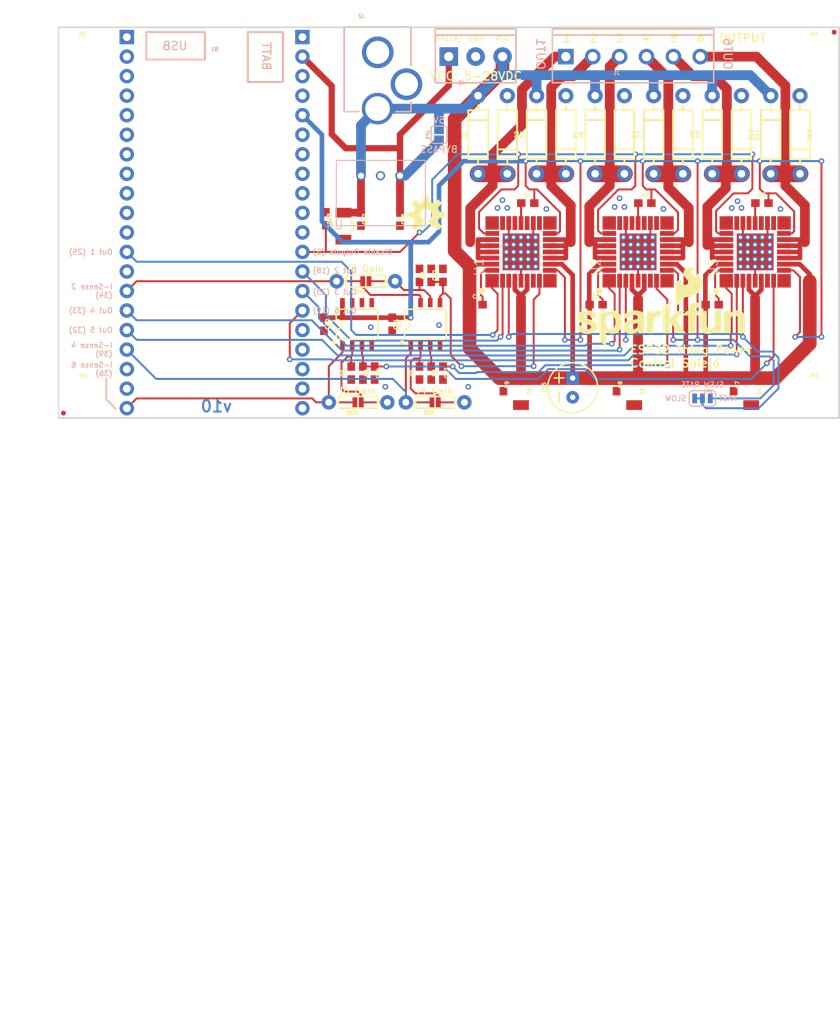
<source format=kicad_pcb>
(kicad_pcb (version 20211014) (generator pcbnew)
  (layers (0 "F.Cu" signal) (31 "B.Cu" signal) (34 "B.Paste" user) (35 "F.Paste" user) (36 "B.SilkS" user "B.Silkscreen") (37 "F.SilkS" user "F.Silkscreen") (38 "B.Mask" user) (39 "F.Mask" user) (44 "Edge.Cuts" user))
  (net 0 "")
  (net 1 "VCC")
  (net 2 "GND")
  (net 3 "P_OUT2")
  (net 4 "P_OUT4")
  (net 5 "P_OUT6")
  (net 6 "FB6")
  (net 7 "FB4")
  (net 8 "FB2")
  (net 9 "CTRL_6")
  (net 10 "CTRL_5")
  (net 11 "CTRL_4")
  (net 12 "CTRL_3")
  (net 13 "CTRL_2")
  (net 14 "CTRL_1")
  (net 15 "3.3V")
  (net 16 "5V")
  (net 17 "P_OUT1")
  (net 18 "P_OUT5")
  (net 19 "P_OUT3")
  (net 20 "SLEW")
  (net 21 "I_SENSE1")
  (net 22 "N$10")
  (net 23 "N$11")
  (net 24 "N$6")
  (net 25 "N$7")
  (net 26 "N$9")
  (net 27 "N$12")
  (net 28 "I_SENSE2")
  (net 29 "N$5")
  (net 30 "N$2")
  (net 31 "N$4")
  (net 32 "I_SENSE3")
  (net 33 "D1")
  (footprint "boardEagle:STAND-OFF" (layer "F.Cu") (at 196.1261 82.7786)
    (fp_text reference "H4")
    (fp_text value "STAND-OFF")
  )
  (footprint "boardEagle:0603" (layer "F.Cu") (at 138.8491 124.5616 -90)
    (fp_text reference "C14")
    (fp_text value "1.0uF")
  )
  (footprint "boardEagle:0603" (layer "F.Cu") (at 189.2681 102.4636)
    (fp_text reference "R3")
    (fp_text value "10k")
  )
  (footprint "boardEagle:1210" (layer "F.Cu") (at 172.6311 126.9746 -90)
    (fp_text reference "C5")
    (fp_text value "10uF")
  )
  (footprint "boardEagle:0603" (layer "F.Cu") (at 155.6131 126.0729 -90)
    (fp_text reference "C9")
    (fp_text value "0.1uF")
  )
  (footprint "boardEagle:0603" (layer "F.Cu") (at 147.7391 111.8616 90)
    (fp_text reference "C12")
    (fp_text value "1.0uF")
  )
  (footprint "boardEagle:SO08" (layer "F.Cu") (at 136.5631 118.2116)
    (fp_text reference "IC2")
    (fp_text value "LMV358")
  )
  (footprint "boardEagle:AXIAL-0.3" (layer "F.Cu") (at 146.7231 128.3716 180)
    (fp_text reference "R11")
    (fp_text value "")
  )
  (footprint "boardEagle:32-PQFN" (layer "F.Cu") (at 173.1391 108.8136 90)
    (fp_text reference "U2")
    (fp_text value "MC33926")
  )
  (footprint "boardEagle:1210" (layer "F.Cu") (at 157.8991 126.9746 -90)
    (fp_text reference "C6")
    (fp_text value "10uF")
  )
  (footprint "boardEagle:FIDUCIAL-MICRO" (layer "F.Cu") (at 198.6661 80.2386)
    (fp_text reference "FD1" hide)
    (fp_text value "FIDUCIALUFIDUCIAL" hide)
  )
  (footprint "boardEagle:STAND-OFF" (layer "F.Cu") (at 100.8761 82.7786)
    (fp_text reference "H2")
    (fp_text value "STAND-OFF")
  )
  (footprint "boardEagle:DIODE-1N4001" (layer "F.Cu") (at 171.3611 93.5736 -90)
    (fp_text reference "D6")
    (fp_text value "1N4001")
  )
  (footprint "boardEagle:0603" (layer "F.Cu") (at 141.1351 118.2116 -90)
    (fp_text reference "C11")
    (fp_text value "0.1uF")
  )
  (footprint "boardEagle:0603" (layer "F.Cu") (at 174.0281 102.4636)
    (fp_text reference "R2")
    (fp_text value "10k")
  )
  (footprint "boardEagle:0603" (layer "F.Cu") (at 182.7911 115.6716)
    (fp_text reference "C3")
    (fp_text value "33nF")
  )
  (footprint "boardEagle:0603" (layer "F.Cu") (at 152.0571 115.6716)
    (fp_text reference "C1")
    (fp_text value "33nF")
  )
  (footprint "boardEagle:0603" (layer "F.Cu") (at 142.1511 104.5464 -90)
    (fp_text reference "C18")
    (fp_text value "0.1uF")
  )
  (footprint "boardEagle:CREATIVE_COMMONS" (layer "F.Cu") (at 110.4011 153.2636)
    (fp_text reference "FRAME1" hide)
    (fp_text value "FRAME-LETTER" hide)
  )
  (footprint "boardEagle:0603" (layer "F.Cu") (at 147.7391 124.5616 -90)
    (fp_text reference "C13")
    (fp_text value "1.0uF")
  )
  (footprint "boardEagle:DIODE-1N4001" (layer "F.Cu") (at 186.6011 93.5736 -90)
    (fp_text reference "D10")
    (fp_text value "1N4001")
  )
  (footprint "boardEagle:DIODE-1N4001" (layer "F.Cu") (at 167.5511 93.5736 90)
    (fp_text reference "D5")
    (fp_text value "1N4001")
  )
  (footprint "boardEagle:DIODE-1N4001" (layer "F.Cu") (at 190.4111 93.5736 90)
    (fp_text reference "D11")
    (fp_text value "1N4001")
  )
  (footprint "boardEagle:SMT-JUMPER_2_NC_PASTE_NO-SILK" (layer "F.Cu") (at 146.7231 128.3716 180)
    (fp_text reference "JP3")
    (fp_text value "")
  )
  (footprint "boardEagle:DIODE-1N4001" (layer "F.Cu") (at 163.7411 93.5736 -90)
    (fp_text reference "D4")
    (fp_text value "1N4001")
  )
  (footprint "boardEagle:SMT-JUMPER_2_NC_PASTE_NO-SILK" (layer "F.Cu") (at 137.7061 112.6236 180)
    (fp_text reference "JP2")
    (fp_text value "")
  )
  (footprint "boardEagle:0603" (layer "F.Cu") (at 170.3451 126.0729 -90)
    (fp_text reference "C8")
    (fp_text value "0.1uF")
  )
  (footprint "boardEagle:ORDERING_INSTRUCTIONS" (layer "F.Cu") (at 96.4311 158.3436)
    (fp_text reference "U$1" hide)
    (fp_text value "" hide)
  )
  (footprint "boardEagle:SO08" (layer "F.Cu") (at 145.4531 118.2116)
    (fp_text reference "IC1")
    (fp_text value "LMV358")
  )
  (footprint "boardEagle:DIODE-1N4001" (layer "F.Cu") (at 152.3111 93.5736 90)
    (fp_text reference "D1")
    (fp_text value "1N4001")
  )
  (footprint "boardEagle:0603" (layer "F.Cu") (at 132.4991 104.4956 -90)
    (fp_text reference "R13")
    (fp_text value "1k")
  )
  (footprint "boardEagle:AXIAL-0.3" (layer "F.Cu") (at 136.6901 128.3716 180)
    (fp_text reference "R12")
    (fp_text value "")
  )
  (footprint "boardEagle:0603" (layer "F.Cu") (at 144.6911 111.8616 -90)
    (fp_text reference "R4")
    (fp_text value "10k")
  )
  (footprint "boardEagle:STAND-OFF" (layer "F.Cu") (at 196.1261 127.2286)
    (fp_text reference "H1")
    (fp_text value "STAND-OFF")
  )
  (footprint "boardEagle:SFE_LOGO_NAME_FLAME_.2" (layer "F.Cu") (at 164.5031 121.1326)
    (fp_text reference "LOGO1" hide)
    (fp_text value "SFE_LOGO_NAME_FLAME.2_INCH" hide)
  )
  (footprint "boardEagle:DIODE-1N4001" (layer "F.Cu") (at 182.7911 93.5736 90)
    (fp_text reference "D9")
    (fp_text value "1N4001")
  )
  (footprint "boardEagle:0603" (layer "F.Cu") (at 135.8011 124.5616 90)
    (fp_text reference "R6")
    (fp_text value "10k")
  )
  (footprint "boardEagle:SMT-JUMPER_2_NC_PASTE_NO-SILK" (layer "F.Cu") (at 136.6901 128.3716 180)
    (fp_text reference "JP4")
    (fp_text value "")
  )
  (footprint "boardEagle:0603" (layer "F.Cu") (at 167.6781 115.6716)
    (fp_text reference "C2")
    (fp_text value "33nF")
  )
  (footprint "boardEagle:DIODE-1N4001" (layer "F.Cu") (at 156.1211 93.5736 -90)
    (fp_text reference "D2")
    (fp_text value "1N4001")
  )
  (footprint "boardEagle:CPOL-RADIAL-2.5MM-6.5MM" (layer "F.Cu") (at 164.6301 126.4666 90)
    (fp_text reference "C15")
    (fp_text value "Ext.")
  )
  (footprint "boardEagle:0603" (layer "F.Cu") (at 132.2451 118.2116 -90)
    (fp_text reference "C10")
    (fp_text value "0.1uF")
  )
  (footprint "boardEagle:1210" (layer "F.Cu") (at 187.8711 126.9746 -90)
    (fp_text reference "C4")
    (fp_text value "10uF")
  )
  (footprint "boardEagle:0603" (layer "F.Cu") (at 146.2151 124.5616 -90)
    (fp_text reference "R8")
    (fp_text value "220")
  )
  (footprint "boardEagle:0603" (layer "F.Cu") (at 158.7881 102.4636)
    (fp_text reference "R1")
    (fp_text value "10k")
  )
  (footprint "boardEagle:32-PQFN" (layer "F.Cu") (at 157.8991 108.8136 90)
    (fp_text reference "U1")
    (fp_text value "MC33926")
  )
  (footprint "boardEagle:STAND-OFF" (layer "F.Cu") (at 100.8761 127.2286)
    (fp_text reference "H3")
    (fp_text value "STAND-OFF")
  )
  (footprint "boardEagle:DIODE-1N4001" (layer "F.Cu") (at 159.9311 93.5736 90)
    (fp_text reference "D3")
    (fp_text value "1N4001")
  )
  (footprint "boardEagle:OSHW-LOGO-M" (layer "F.Cu") (at 145.5801 103.9876)
    (fp_text reference "LOGO2" hide)
    (fp_text value "OSHW-LOGOM" hide)
  )
  (footprint "boardEagle:0603" (layer "F.Cu") (at 137.0711 104.5464 -90)
    (fp_text reference "C17")
    (fp_text value "0.1uF")
  )
  (footprint "boardEagle:0603" (layer "F.Cu") (at 185.5851 126.0729 -90)
    (fp_text reference "C7")
    (fp_text value "0.1uF")
  )
  (footprint "boardEagle:32-PQFN" (layer "F.Cu") (at 188.3791 108.8136 90)
    (fp_text reference "U3")
    (fp_text value "MC33926")
  )
  (footprint "boardEagle:1210" (layer "F.Cu") (at 134.7851 105.4608 -90)
    (fp_text reference "C16")
    (fp_text value "10uF")
  )
  (footprint "boardEagle:DIODE-1N4001" (layer "F.Cu") (at 194.2211 93.5736 -90)
    (fp_text reference "D12")
    (fp_text value "1N4001")
  )
  (footprint "boardEagle:FIDUCIAL-MICRO" (layer "F.Cu") (at 98.3361 129.7686)
    (fp_text reference "FD2" hide)
    (fp_text value "FIDUCIALUFIDUCIAL" hide)
  )
  (footprint "boardEagle:DIODE-1N4001" (layer "F.Cu") (at 178.9811 93.5736 -90)
    (fp_text reference "D8")
    (fp_text value "1N4001")
  )
  (footprint "boardEagle:0603" (layer "F.Cu") (at 146.2151 111.8616 90)
    (fp_text reference "R7")
    (fp_text value "220")
  )
  (footprint "boardEagle:0603" (layer "F.Cu") (at 144.6911 124.5616 90)
    (fp_text reference "R5")
    (fp_text value "10k")
  )
  (footprint "boardEagle:0603" (layer "F.Cu") (at 137.3251 124.5616 -90)
    (fp_text reference "R9")
    (fp_text value "220")
  )
  (footprint "boardEagle:AXIAL-0.3" (layer "F.Cu") (at 137.7061 112.6236 180)
    (fp_text reference "R10")
    (fp_text value "")
  )
  (footprint "boardEagle:DIODE-1N4001" (layer "F.Cu") (at 175.1711 93.5736 90)
    (fp_text reference "D7")
    (fp_text value "1N4001")
  )
  (footprint "boardEagle:DC-DC_CONVERTER_78XX" (layer "B.Cu") (at 139.6111 98.9076)
    (fp_text reference "U4")
    (fp_text value "R-78E5.0-1.0")
  )
  (footprint "boardEagle:SMT-JUMPER_2_NO_SILK" (layer "B.Cu") (at 147.2311 93.5736 -90)
    (fp_text reference "JP5")
    (fp_text value "5V Bypass")
  )
  (footprint "boardEagle:SCREWTERMINAL-3.5MM-3" (layer "B.Cu") (at 148.5011 83.4136)
    (fp_text reference "J3")
    (fp_text value "")
  )
  (footprint "boardEagle:SMT-JUMPER_3_1-NC_TRACE_SILK" (layer "B.Cu") (at 181.5211 127.8636 180)
    (fp_text reference "JP1")
    (fp_text value "")
  )
  (footprint "boardEagle:ESP32_THING" (layer "B.Cu") (at 105.3211 79.6036)
    (fp_text reference "B1")
    (fp_text value "ESP32_THING")
  )
  (footprint "boardEagle:SCREWTERMINAL-3.5MM-6" (layer "B.Cu") (at 163.7411 83.4136)
    (fp_text reference "J1")
    (fp_text value "")
  )
  (footprint "boardEagle:POWER_JACK_PTH_LOCK" (layer "B.Cu") (at 139.2301 76.3016)
    (fp_text reference "J2")
    (fp_text value "POWER_JACKPTH_LOCK")
  )
  (gr_line (start 103.9241 127.9906) (end 105.0671 129.1336) (layer "B.SilkS") (width 0.254))
  (gr_line (start 116.7511 80.2386) (end 116.7511 83.7946) (layer "B.SilkS") (width 0.254))
  (gr_line (start 116.7511 83.7946) (end 109.1311 83.7946) (layer "B.SilkS") (width 0.254))
  (gr_line (start 122.3391 80.2386) (end 122.3391 86.7156) (layer "B.SilkS") (width 0.254))
  (gr_line (start 122.3391 86.7156) (end 126.9111 86.7156) (layer "B.SilkS") (width 0.254))
  (gr_line (start 126.9111 86.7156) (end 126.9111 80.2386) (layer "B.SilkS") (width 0.254))
  (gr_line (start 109.1311 83.7946) (end 109.1311 80.2386) (layer "B.SilkS") (width 0.254))
  (gr_line (start 126.9111 80.2386) (end 122.3391 80.2386) (layer "B.SilkS") (width 0.254))
  (gr_line (start 109.1311 80.2386) (end 116.7511 80.2386) (layer "B.SilkS") (width 0.254))
  (gr_line (start 103.9241 125.3236) (end 103.9241 127.9906) (layer "B.SilkS") (width 0.254))
  (gr_line (start 199.3011 130.4036) (end 199.3011 79.6036) (layer "Edge.Cuts") (width 0.2032))
  (gr_line (start 97.7011 79.6036) (end 97.7011 130.4036) (layer "Edge.Cuts") (width 0.2032))
  (gr_line (start 199.3011 79.6036) (end 97.7011 79.6036) (layer "Edge.Cuts") (width 0.2032))
  (gr_line (start 97.7011 130.4036) (end 199.3011 130.4036) (layer "Edge.Cuts") (width 0.2032))
  (gr_text "v10" (at 120.4341 129.7686) (layer "B.Cu") (effects (font (size 1.5113 1.5113) (thickness 0.2667)) (justify left bottom mirror)))
  (gr_text "FAST" (at 183.5531 127.8636) (layer "B.SilkS") (effects (font (size 0.69088 0.69088) (thickness 0.12192)) (justify right mirror)))
  (gr_text "I-Sense 4\n(39)" (at 104.8131 121.5136) (layer "B.SilkS") (effects (font (size 0.69088 0.69088) (thickness 0.12192)) (justify left mirror)))
  (gr_text "BATT" (at 124.1171 85.3186 -90) (layer "B.SilkS") (effects (font (size 1.0795 1.0795) (thickness 0.1905)) (justify left bottom mirror)))
  (gr_text "OUT6" (at 184.1881 80.8736 -90) (layer "B.SilkS") (effects (font (size 1.0795 1.0795) (thickness 0.1905)) (justify right bottom mirror)))
  (gr_text "Out 6 (19)" (at 130.7211 116.4336) (layer "B.SilkS") (effects (font (size 0.69088 0.69088) (thickness 0.12192)) (justify right mirror)))
  (gr_text "SLEW RATE" (at 181.5211 126.4666) (layer "B.SilkS") (effects (font (size 0.69088 0.69088) (thickness 0.12192)) (justify bottom mirror)))
  (gr_text "5V" (at 147.2311 92.1766) (layer "B.SilkS") (effects (font (size 0.8636 0.8636) (thickness 0.1524)) (justify bottom mirror)))
  (gr_text "Out 5 (32)" (at 104.8131 118.9736) (layer "B.SilkS") (effects (font (size 0.69088 0.69088) (thickness 0.12192)) (justify left mirror)))
  (gr_text "I-Sense 2 \n(34)" (at 104.8131 113.8936) (layer "B.SilkS") (effects (font (size 0.69088 0.69088) (thickness 0.12192)) (justify left mirror)))
  (gr_text "Out 3 (23)" (at 130.7211 114.0206) (layer "B.SilkS") (effects (font (size 0.69088 0.69088) (thickness 0.12192)) (justify right mirror)))
  (gr_text "Out 1 (25)" (at 104.8131 108.8136) (layer "B.SilkS") (effects (font (size 0.69088 0.69088) (thickness 0.12192)) (justify left mirror)))
  (gr_text "BYPASS" (at 147.2311 94.9706) (layer "B.SilkS") (effects (font (size 0.8636 0.8636) (thickness 0.1524)) (justify top mirror)))
  (gr_text "USB" (at 114.5921 82.6516) (layer "B.SilkS") (effects (font (size 1.0795 1.0795) (thickness 0.1905)) (justify left bottom mirror)))
  (gr_text "Out 2 (18)" (at 130.7211 111.2266) (layer "B.SilkS") (effects (font (size 0.69088 0.69088) (thickness 0.12192)) (justify right mirror)))
  (gr_text "SLOW" (at 179.4891 127.8636) (layer "B.SilkS") (effects (font (size 0.69088 0.69088) (thickness 0.12192)) (justify left mirror)))
  (gr_text "I-Sense 6\n(36)" (at 104.8131 124.0536) (layer "B.SilkS") (effects (font (size 0.69088 0.69088) (thickness 0.12192)) (justify left mirror)))
  (gr_text "Disable Outputs (5)" (at 130.7211 108.8136) (layer "B.SilkS") (effects (font (size 0.69088 0.69088) (thickness 0.12192)) (justify right mirror)))
  (gr_text "Out 4 (33)" (at 104.8131 116.4336) (layer "B.SilkS") (effects (font (size 0.69088 0.69088) (thickness 0.12192)) (justify left mirror)))
  (gr_text "OUT1" (at 161.0741 80.8736 -90) (layer "B.SilkS") (effects (font (size 1.0795 1.0795) (thickness 0.1905)) (justify right top mirror)))
  (gr_text "3" (at 170.7261 81.6356) (layer "F.SilkS") (effects (font (size 1.0795 1.0795) (thickness 0.1905)) (justify bottom)))
  (gr_text "VCC" (at 155.4861 81.3816) (layer "F.SilkS") (effects (font (size 0.69088 0.69088) (thickness 0.12192)) (justify bottom)))
  (gr_text "GND" (at 152.0571 81.3816) (layer "F.SilkS") (effects (font (size 0.69088 0.69088) (thickness 0.12192)) (justify bottom)))
  (gr_text "VCC: 5-28VDC" (at 152.0571 86.5886) (layer "F.SilkS") (effects (font (size 1.0795 1.0795) (thickness 0.1905)) (justify bottom)))
  (gr_text "1" (at 163.8681 81.6356) (layer "F.SilkS") (effects (font (size 1.0795 1.0795) (thickness 0.1905)) (justify bottom)))
  (gr_text "2" (at 167.2971 81.6356) (layer "F.SilkS") (effects (font (size 1.0795 1.0795) (thickness 0.1905)) (justify bottom)))
  (gr_text "4" (at 174.1551 81.6356) (layer "F.SilkS") (effects (font (size 1.0795 1.0795) (thickness 0.1905)) (justify bottom)))
  (gr_text "ESP32 Thing Power\nControl Shield" (at 171.9961 122.4026) (layer "F.SilkS") (effects (font (size 1.0795 1.0795) (thickness 0.1905)) (justify left)))
  (gr_text "I4 Gain" (at 146.7231 127.3556) (layer "F.SilkS") (effects (font (size 0.8636 0.8636) (thickness 0.1524)) (justify bottom)))
  (gr_text "5V(1A)" (at 148.5011 81.3816) (layer "F.SilkS") (effects (font (size 0.69088 0.69088) (thickness 0.12192)) (justify bottom)))
  (gr_text "I2 Gain" (at 137.7061 111.4806) (layer "F.SilkS") (effects (font (size 0.8636 0.8636) (thickness 0.1524)) (justify bottom)))
  (gr_text "5" (at 177.8381 81.6356) (layer "F.SilkS") (effects (font (size 1.0795 1.0795) (thickness 0.1905)) (justify bottom)))
  (gr_text "6" (at 181.2671 81.6356) (layer "F.SilkS") (effects (font (size 1.0795 1.0795) (thickness 0.1905)) (justify bottom)))
  (gr_text "OUTPUT" (at 186.7281 81.6356) (layer "F.SilkS") (effects (font (size 1.0795 1.0795) (thickness 0.1905)) (justify bottom)))
  (gr_text "I6 Gain" (at 136.6901 127.3556) (layer "F.SilkS") (effects (font (size 0.8636 0.8636) (thickness 0.1524)) (justify bottom)))
  (segment (start 155.6131 125.2229) (end 155.6131 125.2196) (width 1.778) (layer "F.Cu") (net 1))
  (segment (start 164.6301 111.813732) (end 164.6301 125.2166) (width 0.6096) (layer "F.Cu") (net 1))
  (segment (start 155.080631 125.2229) (end 151.2071 121.349369) (width 1.778) (layer "F.Cu") (net 1))
  (segment (start 195.4911 112.6236) (end 195.4911 111.712597) (width 0.6096) (layer "F.Cu") (net 1))
  (segment (start 188.523121 114.4016) (end 188.3791 114.4016) (width 0.6096) (layer "F.Cu") (net 1))
  (segment (start 164.6301 125.2196) (end 166.8281 125.2196) (width 1.778) (layer "F.Cu") (net 1))
  (segment (start 163.223968 110.4076) (end 164.6301 111.813732) (width 0.6096) (layer "F.Cu") (net 1))
  (segment (start 189.1861 113.738622) (end 188.523121 114.4016) (width 0.6096) (layer "F.Cu") (net 1))
  (segment (start 150.91735 110.389714) (end 150.868486 110.34085) (width 0.6096) (layer "F.Cu") (net 1))
  (segment (start 149.2631 108.6866) (end 150.8506 110.2741) (width 1.778) (layer "F.Cu") (net 1))
  (segment (start 185.5851 125.2229) (end 185.5851 125.2196) (width 1.778) (layer "F.Cu") (net 1))
  (segment (start 187.8711 125.2196) (end 187.8711 125.2229) (width 1.27) (layer "F.Cu") (net 1))
  (segment (start 157.8991 114.7826) (end 157.8991 125.2196) (width 1.27) (layer "F.Cu") (net 1))
  (segment (start 155.6131 125.2229) (end 155.080631 125.2229) (width 1.778) (layer "F.Cu") (net 1))
  (segment (start 189.1861 112.5536) (end 189.1861 113.738622) (width 0.6096) (layer "F.Cu") (net 1))
  (segment (start 157.667262 114.2746) (end 157.1061 113.713438) (width 0.6096) (layer "F.Cu") (net 1))
  (segment (start 187.5861 113.741541) (end 188.246159 114.4016) (width 0.6096) (layer "F.Cu") (net 1))
  (segment (start 188.3791 114.4016) (end 188.3791 114.7826) (width 0.6096) (layer "F.Cu") (net 1))
  (segment (start 150.9841 110.4076) (end 150.91735 110.389714) (width 0.6096) (layer "F.Cu") (net 1))
  (segment (start 191.0231 125.2196) (end 195.4911 120.7516) (width 1.778) (layer "F.Cu") (net 1))
  (segment (start 149.2631 91.5416) (end 149.2631 108.6866) (width 1.778) (layer "F.Cu") (net 1))
  (segment (start 157.1061 113.713438) (end 157.1061 112.5536) (width 0.6096) (layer "F.Cu") (net 1))
  (segment (start 178.199568 110.4076) (end 179.3621 111.570132) (width 0.6096) (layer "F.Cu") (net 1))
  (segment (start 185.5851 125.2196) (end 187.8711 125.2196) (width 1.778) (layer "F.Cu") (net 1))
  (segment (start 195.4911 120.7516) (end 195.4911 112.6236) (width 1.778) (layer "F.Cu") (net 1))
  (segment (start 173.1391 114.9096) (end 173.1391 125.2196) (width 1.27) (layer "F.Cu") (net 1))
  (segment (start 188.3791 125.2196) (end 187.8711 125.2196) (width 1.27) (layer "F.Cu") (net 1))
  (segment (start 161.6521 110.4076) (end 163.223968 110.4076) (width 0.6096) (layer "F.Cu") (net 1))
  (segment (start 172.3461 113.713438) (end 172.3461 112.5536) (width 0.6096) (layer "F.Cu") (net 1))
  (segment (start 166.7891 111.682619) (end 166.7891 115.6716) (width 0.6096) (layer "F.Cu") (net 1))
  (segment (start 157.667262 114.2746) (end 157.8991 114.2746) (width 0.6096) (layer "F.Cu") (net 1))
  (segment (start 166.8281 125.2196) (end 166.8281 125.2229) (width 1.778) (layer "F.Cu") (net 1))
  (segment (start 151.2071 110.6306) (end 151.2071 115.6716) (width 1.778) (layer "F.Cu") (net 1))
  (segment (start 188.3791 114.7826) (end 188.3791 125.2196) (width 1.27) (layer "F.Cu") (net 1))
  (segment (start 150.868486 110.34085) (end 150.8506 110.2741) (width 0.6096) (layer "F.Cu") (net 1))
  (segment (start 173.9461 113.685141) (end 173.35664 114.2746) (width 0.6096) (layer "F.Cu") (net 1))
  (segment (start 172.6311 125.2196) (end 172.6311 125.2229) (width 1.27) (layer "F.Cu") (net 1))
  (segment (start 184.6401 110.4076) (end 183.34839 110.4076) (width 0.6096) (layer "F.Cu") (net 1))
  (segment (start 152.3111 88.4936) (end 155.4861 85.3186) (width 1.778) (layer "F.Cu") (net 1))
  (segment (start 157.8991 125.2166) (end 164.6301 125.2166) (width 1.778) (layer "F.Cu") (net 1))
  (segment (start 173.35664 114.2746) (end 173.1391 114.2746) (width 0.6096) (layer "F.Cu") (net 1))
  (segment (start 173.1391 125.2196) (end 172.6311 125.2196) (width 1.27) (layer "F.Cu") (net 1))
  (segment (start 169.4001 110.4076) (end 168.064118 110.4076) (width 0.6096) (layer "F.Cu") (net 1))
  (segment (start 188.246159 114.4016) (end 188.3791 114.4016) (width 0.6096) (layer "F.Cu") (net 1))
  (segment (start 194.186103 110.4076) (end 192.1321 110.4076) (width 0.6096) (layer "F.Cu") (net 1))
  (segment (start 181.9021 111.853891) (end 181.9021 115.6716) (width 0.6096) (layer "F.Cu") (net 1))
  (segment (start 166.8281 125.2229) (end 170.3451 125.2229) (width 1.778) (layer "F.Cu") (net 1))
  (segment (start 137.0711 103.6964) (end 137.0711 98.9076) (width 1.016) (layer "F.Cu") (net 1))
  (segment (start 170.3451 125.2196) (end 172.6311 125.2196) (width 1.778) (layer "F.Cu") (net 1))
  (segment (start 188.3791 125.2196) (end 191.0231 125.2196) (width 1.778) (layer "F.Cu") (net 1))
  (segment (start 179.3621 125.2229) (end 185.5851 125.2229) (width 1.778) (layer "F.Cu") (net 1))
  (segment (start 187.5861 112.5536) (end 187.5861 113.741541) (width 0.6096) (layer "F.Cu") (net 1))
  (segment (start 173.9461 112.5536) (end 173.9461 113.685141) (width 0.6096) (layer "F.Cu") (net 1))
  (segment (start 134.7851 103.7058) (end 134.7945 103.6964) (width 1.016) (layer "F.Cu") (net 1))
  (segment (start 168.064118 110.4076) (end 166.7891 111.682619) (width 0.6096) (layer "F.Cu") (net 1))
  (segment (start 172.6311 125.2196) (end 179.3621 125.2196) (width 1.778) (layer "F.Cu") (net 1))
  (segment (start 179.3621 125.2196) (end 179.3621 125.2229) (width 1.778) (layer "F.Cu") (net 1))
  (segment (start 152.3111 88.4936) (end 149.2631 91.5416) (width 1.778) (layer "F.Cu") (net 1))
  (segment (start 172.907262 114.2746) (end 173.1391 114.2746) (width 0.6096) (layer "F.Cu") (net 1))
  (segment (start 164.6301 125.2166) (end 164.6301 125.2196) (width 1.778) (layer "F.Cu") (net 1))
  (segment (start 158.7061 112.5536) (end 158.7061 113.703082) (width 0.6096) (layer "F.Cu") (net 1))
  (segment (start 157.8991 114.2746) (end 157.8991 114.7826) (width 0.6096) (layer "F.Cu") (net 1))
  (segment (start 181.9021 115.6716) (end 181.9411 115.6716) (width 0.6096) (layer "F.Cu") (net 1))
  (segment (start 176.8921 110.4076) (end 178.199568 110.4076) (width 0.6096) (layer "F.Cu") (net 1))
  (segment (start 150.8506 110.2741) (end 151.2071 110.6306) (width 1.778) (layer "F.Cu") (net 1))
  (segment (start 179.3621 125.2196) (end 181.9411 125.2196) (width 0.6096) (layer "F.Cu") (net 1))
  (segment (start 183.34839 110.4076) (end 181.9021 111.853891) (width 0.6096) (layer "F.Cu") (net 1))
  (segment (start 195.4911 111.712597) (end 194.186103 110.4076) (width 0.6096) (layer "F.Cu") (net 1))
  (segment (start 181.9411 115.6716) (end 181.9411 125.2196) (width 0.6096) (layer "F.Cu") (net 1))
  (segment (start 134.7945 103.6964) (end 137.0711 103.6964) (width 1.016) (layer "F.Cu") (net 1))
  (segment (start 155.4861 85.3186) (end 155.4861 83.4136) (width 1.778) (layer "F.Cu") (net 1))
  (segment (start 172.907262 114.2746) (end 172.3461 113.713438) (width 0.6096) (layer "F.Cu") (net 1))
  (segment (start 155.6131 125.2196) (end 157.8991 125.2196) (width 1.778) (layer "F.Cu") (net 1))
  (segment (start 158.7061 113.703082) (end 158.134581 114.2746) (width 0.6096) (layer "F.Cu") (net 1))
  (segment (start 170.3451 125.2229) (end 170.3451 125.2196) (width 1.778) (layer "F.Cu") (net 1))
  (segment (start 151.2071 121.349369) (end 151.2071 115.6716) (width 1.778) (layer "F.Cu") (net 1))
  (segment (start 179.3621 111.570132) (end 179.3621 125.2196) (width 0.6096) (layer "F.Cu") (net 1))
  (segment (start 157.8991 125.2196) (end 157.8991 125.2166) (width 1.778) (layer "F.Cu") (net 1))
  (segment (start 154.1601 110.4076) (end 150.9841 110.4076) (width 0.6096) (layer "F.Cu") (net 1))
  (segment (start 166.8281 115.6716) (end 166.8281 125.2196) (width 0.6096) (layer "F.Cu") (net 1))
  (segment (start 166.7891 115.6716) (end 166.8281 115.6716) (width 0.6096) (layer "F.Cu") (net 1))
  (segment (start 173.1391 114.2746) (end 173.1391 114.9096) (width 0.6096) (layer "F.Cu") (net 1))
  (segment (start 158.134581 114.2746) (end 157.8991 114.2746) (width 0.6096) (layer "F.Cu") (net 1))
  (segment (start 150.9841 110.4076) (end 150.9841 110.4076) (width 0.6096) (layer "F.Cu") (net 1))
  (segment (start 147.2311 90.1794) (end 147.2311 92.6846) (width 1.27) (layer "B.Cu") (net 1))
  (segment (start 155.5011 83.4136) (end 155.5011 85.8266) (width 1.27) (layer "B.Cu") (net 1))
  (segment (start 147.2311 92.6846) (end 147.2311 93.1672) (width 0.254) (layer "B.Cu") (net 1))
  (segment (start 175.1711 85.8266) (end 182.7911 85.8266) (width 1.27) (layer "B.Cu") (net 1))
  (segment (start 159.9311 85.8266) (end 167.5511 85.8266) (width 1.27) (layer "B.Cu") (net 1))
  (segment (start 182.7911 88.4936) (end 182.7911 85.8266) (width 1.27) (layer "B.Cu") (net 1))
  (segment (start 147.2311 90.1794) (end 150.6253 90.1794) (width 1.27) (layer "B.Cu") (net 1))
  (segment (start 167.5511 88.4936) (end 167.5511 85.8266) (width 1.27) (layer "B.Cu") (net 1))
  (segment (start 154.9781 85.8266) (end 155.5011 85.8266) (width 1.27) (layer "B.Cu") (net 1))
  (segment (start 175.1711 88.4936) (end 175.1711 85.8266) (width 1.27) (layer "B.Cu") (net 1))
  (segment (start 152.3111 88.4936) (end 154.9781 85.8266) (width 1.27) (layer "B.Cu") (net 1))
  (segment (start 182.7911 85.8266) (end 187.7441 85.8266) (width 1.27) (layer "B.Cu") (net 1))
  (segment (start 139.2301 90.1794) (end 137.0711 92.3384) (width 1.27) (layer "B.Cu") (net 1))
  (segment (start 150.6253 90.1794) (end 152.3111 88.4936) (width 1.27) (layer "B.Cu") (net 1))
  (segment (start 159.9311 88.4936) (end 159.9311 85.8266) (width 1.27) (layer "B.Cu") (net 1))
  (segment (start 155.5011 85.8266) (end 159.9311 85.8266) (width 1.27) (layer "B.Cu") (net 1))
  (segment (start 139.2301 90.1794) (end 147.2311 90.1794) (width 1.27) (layer "B.Cu") (net 1))
  (segment (start 137.0711 92.3384) (end 137.0711 98.9076) (width 1.27) (layer "B.Cu") (net 1))
  (segment (start 187.7441 85.8266) (end 190.4111 88.4936) (width 1.27) (layer "B.Cu") (net 1))
  (segment (start 167.5511 85.8266) (end 175.1711 85.8266) (width 1.27) (layer "B.Cu") (net 1))
  (segment (start 156.3061 105.0616) (end 156.3061 108.8136) (width 0.254) (layer "F.Cu") (net 2))
  (segment (start 174.7461 105.0616) (end 174.7461 108.8136) (width 0.254) (layer "F.Cu") (net 2))
  (segment (start 159.5061 105.0616) (end 159.5061 108.8136) (width 0.254) (layer "F.Cu") (net 2))
  (segment (start 171.5461 105.0616) (end 171.5461 108.8136) (width 0.254) (layer "F.Cu") (net 2))
  (segment (start 157.9061 112.5536) (end 157.9061 110.7186) (width 0.254) (layer "F.Cu") (net 2))
  (segment (start 173.1461 112.5536) (end 173.1461 110.7186) (width 0.254) (layer "F.Cu") (net 2))
  (segment (start 188.3861 110.7186) (end 187.42025 110.7186) (width 0.254) (layer "F.Cu") (net 2))
  (segment (start 189.9861 108.8136) (end 186.7861 108.8136) (width 0.254) (layer "F.Cu") (net 2))
  (segment (start 186.7861 105.0616) (end 186.7861 108.8136) (width 0.254) (layer "F.Cu") (net 2))
  (segment (start 189.9861 105.0616) (end 189.9861 108.8136) (width 0.254) (layer "F.Cu") (net 2))
  (segment (start 171.5461 108.8136) (end 172.6311 108.8136) (width 0.254) (layer "F.Cu") (net 2))
  (segment (start 174.7461 108.8136) (end 173.9011 108.8136) (width 0.254) (layer "F.Cu") (net 2))
  (segment (start 173.1461 110.7186) (end 172.18025 110.7186) (width 0.254) (layer "F.Cu") (net 2))
  (segment (start 157.9061 110.7186) (end 156.94025 110.7186) (width 0.254) (layer "F.Cu") (net 2))
  (segment (start 159.5061 108.8136) (end 158.7881 108.8136) (width 0.254) (layer "F.Cu") (net 2))
  (segment (start 156.3061 108.8136) (end 157.8991 108.8136) (width 0.254) (layer "F.Cu") (net 2))
  (segment (start 188.3861 112.5536) (end 188.3861 110.7186) (width 0.254) (layer "F.Cu") (net 2))
  (via (at 189.31255 110.7186) (size 0.7366) (drill 0.381) (layers "F.Cu" "B.Cu") (net 2))
  (via (at 186.4741 108.8136) (size 0.7366) (drill 0.381) (layers "F.Cu" "B.Cu") (net 2))
  (via (at 175.0441 109.7661) (size 0.7366) (drill 0.381) (layers "F.Cu" "B.Cu") (net 2))
  (via (at 157.8864 109.7661) (size 0.7366) (drill 0.381) (layers "F.Cu" "B.Cu") (net 2))
  (via (at 157.8864 108.8136) (size 0.7366) (drill 0.381) (layers "F.Cu" "B.Cu") (net 2))
  (via (at 186.4741 107.8611) (size 0.7366) (drill 0.381) (layers "F.Cu" "B.Cu") (net 2))
  (via (at 186.6011 103.0986) (size 0.7366) (drill 0.381) (layers "F.Cu" "B.Cu") (net 2))
  (via (at 191.6811 103.2256) (size 0.7366) (drill 0.381) (layers "F.Cu" "B.Cu") (net 2))
  (via (at 159.8041 106.9086) (size 0.7366) (drill 0.381) (layers "F.Cu" "B.Cu") (net 2))
  (via (at 186.4741 109.7661) (size 0.7366) (drill 0.381) (layers "F.Cu" "B.Cu") (net 2))
  (via (at 187.42025 106.9086) (size 0.7366) (drill 0.381) (layers "F.Cu" "B.Cu") (net 2))
  (via (at 173.1264 107.8611) (size 0.7366) (drill 0.381) (layers "F.Cu" "B.Cu") (net 2))
  (via (at 159.8041 107.8611) (size 0.7366) (drill 0.381) (layers "F.Cu" "B.Cu") (net 2))
  (via (at 188.3664 107.8611) (size 0.7366) (drill 0.381) (layers "F.Cu" "B.Cu") (net 2))
  (via (at 159.8041 110.7186) (size 0.7366) (drill 0.381) (layers "F.Cu" "B.Cu") (net 2))
  (via (at 174.07255 110.7186) (size 0.7366) (drill 0.381) (layers "F.Cu" "B.Cu") (net 2))
  (via (at 171.2341 109.7661) (size 0.7366) (drill 0.381) (layers "F.Cu" "B.Cu") (net 2))
  (via (at 175.0441 110.7186) (size 0.7366) (drill 0.381) (layers "F.Cu" "B.Cu") (net 2))
  (via (at 158.83255 108.8136) (size 0.7366) (drill 0.381) (layers "F.Cu" "B.Cu") (net 2))
  (via (at 174.07255 108.8136) (size 0.7366) (drill 0.381) (layers "F.Cu" "B.Cu") (net 2))
  (via (at 156.94025 108.8136) (size 0.7366) (drill 0.381) (layers "F.Cu" "B.Cu") (net 2))
  (via (at 175.0441 108.8136) (size 0.7366) (drill 0.381) (layers "F.Cu" "B.Cu") (net 2))
  (via (at 172.18025 110.7186) (size 0.7366) (drill 0.381) (layers "F.Cu" "B.Cu") (net 2))
  (via (at 175.0441 106.9086) (size 0.7366) (drill 0.381) (layers "F.Cu" "B.Cu") (net 2))
  (via (at 170.7261 101.8286) (size 0.7366) (drill 0.381) (layers "F.Cu" "B.Cu") (net 2))
  (via (at 158.83255 106.9086) (size 0.7366) (drill 0.381) (layers "F.Cu" "B.Cu") (net 2))
  (via (at 187.42025 108.8136) (size 0.7366) (drill 0.381) (layers "F.Cu" "B.Cu") (net 2))
  (via (at 190.2841 108.8136) (size 0.7366) (drill 0.381) (layers "F.Cu" "B.Cu") (net 2))
  (via (at 171.3611 102.9716) (size 0.7366) (drill 0.381) (layers "F.Cu" "B.Cu") (net 2))
  (via (at 186.4741 110.7186) (size 0.7366) (drill 0.381) (layers "F.Cu" "B.Cu") (net 2))
  (via (at 157.8864 110.7186) (size 0.7366) (drill 0.381) (layers "F.Cu" "B.Cu") (net 2))
  (via (at 161.2011 103.2256) (size 0.7366) (drill 0.381) (layers "F.Cu" "B.Cu") (net 2))
  (via (at 138.3411 118.5926) (size 0.7366) (drill 0.381) (layers "F.Cu" "B.Cu") (net 2))
  (via (at 171.2341 106.9086) (size 0.7366) (drill 0.381) (layers "F.Cu" "B.Cu") (net 2))
  (via (at 155.9941 106.9086) (size 0.7366) (drill 0.381) (layers "F.Cu" "B.Cu") (net 2))
  (via (at 172.18025 109.7661) (size 0.7366) (drill 0.381) (layers "F.Cu" "B.Cu") (net 2))
  (via (at 155.9941 109.7661) (size 0.7366) (drill 0.381) (layers "F.Cu" "B.Cu") (net 2))
  (via (at 156.94025 110.7186) (size 0.7366) (drill 0.381) (layers "F.Cu" "B.Cu") (net 2))
  (via (at 174.07255 106.9086) (size 0.7366) (drill 0.381) (layers "F.Cu" "B.Cu") (net 2))
  (via (at 187.42025 107.8611) (size 0.7366) (drill 0.381) (layers "F.Cu" "B.Cu") (net 2))
  (via (at 186.0931 102.2096) (size 0.7366) (drill 0.381) (layers "F.Cu" "B.Cu") (net 2))
  (via (at 189.31255 108.8136) (size 0.7366) (drill 0.381) (layers "F.Cu" "B.Cu") (net 2))
  (via (at 190.2841 107.8611) (size 0.7366) (drill 0.381) (layers "F.Cu" "B.Cu") (net 2))
  (via (at 157.8864 106.9086) (size 0.7366) (drill 0.381) (layers "F.Cu" "B.Cu") (net 2))
  (via (at 156.94025 109.7661) (size 0.7366) (drill 0.381) (layers "F.Cu" "B.Cu") (net 2))
  (via (at 147.2311 118.3386) (size 0.7366) (drill 0.381) (layers "F.Cu" "B.Cu") (net 2))
  (via (at 155.9941 108.8136) (size 0.7366) (drill 0.381) (layers "F.Cu" "B.Cu") (net 2))
  (via (at 176.4411 103.2256) (size 0.7366) (drill 0.381) (layers "F.Cu" "B.Cu") (net 2))
  (via (at 159.8041 108.8136) (size 0.7366) (drill 0.381) (layers "F.Cu" "B.Cu") (net 2))
  (via (at 187.42025 110.7186) (size 0.7366) (drill 0.381) (layers "F.Cu" "B.Cu") (net 2))
  (via (at 171.2341 108.8136) (size 0.7366) (drill 0.381) (layers "F.Cu" "B.Cu") (net 2))
  (via (at 151.0411 126.3396) (size 0.7366) (drill 0.381) (layers "F.Cu" "B.Cu") (net 2))
  (via (at 173.1264 106.9086) (size 0.7366) (drill 0.381) (layers "F.Cu" "B.Cu") (net 2))
  (via (at 159.8041 109.7661) (size 0.7366) (drill 0.381) (layers "F.Cu" "B.Cu") (net 2))
  (via (at 158.83255 107.8611) (size 0.7366) (drill 0.381) (layers "F.Cu" "B.Cu") (net 2))
  (via (at 171.2341 110.7186) (size 0.7366) (drill 0.381) (layers "F.Cu" "B.Cu") (net 2))
  (via (at 158.83255 110.7186) (size 0.7366) (drill 0.381) (layers "F.Cu" "B.Cu") (net 2))
  (via (at 158.83255 109.7661) (size 0.7366) (drill 0.381) (layers "F.Cu" "B.Cu") (net 2))
  (via (at 185.3311 103.0986) (size 0.7366) (drill 0.381) (layers "F.Cu" "B.Cu") (net 2))
  (via (at 140.2461 126.3396) (size 0.7366) (drill 0.381) (layers "F.Cu" "B.Cu") (net 2))
  (via (at 188.3664 106.9086) (size 0.7366) (drill 0.381) (layers "F.Cu" "B.Cu") (net 2))
  (via (at 174.07255 107.8611) (size 0.7366) (drill 0.381) (layers "F.Cu" "B.Cu") (net 2))
  (via (at 170.0911 102.9716) (size 0.7366) (drill 0.381) (layers "F.Cu" "B.Cu") (net 2))
  (via (at 156.94025 107.8611) (size 0.7366) (drill 0.381) (layers "F.Cu" "B.Cu") (net 2))
  (via (at 190.2841 106.9086) (size 0.7366) (drill 0.381) (layers "F.Cu" "B.Cu") (net 2))
  (via (at 190.2841 110.7186) (size 0.7366) (drill 0.381) (layers "F.Cu" "B.Cu") (net 2))
  (via (at 155.9941 107.8611) (size 0.7366) (drill 0.381) (layers "F.Cu" "B.Cu") (net 2))
  (via (at 188.3664 110.7186) (size 0.7366) (drill 0.381) (layers "F.Cu" "B.Cu") (net 2))
  (via (at 157.8864 107.8611) (size 0.7366) (drill 0.381) (layers "F.Cu" "B.Cu") (net 2))
  (via (at 173.1264 108.8136) (size 0.7366) (drill 0.381) (layers "F.Cu" "B.Cu") (net 2))
  (via (at 189.31255 106.9086) (size 0.7366) (drill 0.381) (layers "F.Cu" "B.Cu") (net 2))
  (via (at 154.8511 103.0986) (size 0.7366) (drill 0.381) (layers "F.Cu" "B.Cu") (net 2))
  (via (at 173.1264 109.7661) (size 0.7366) (drill 0.381) (layers "F.Cu" "B.Cu") (net 2))
  (via (at 174.07255 109.7661) (size 0.7366) (drill 0.381) (layers "F.Cu" "B.Cu") (net 2))
  (via (at 190.2841 109.7661) (size 0.7366) (drill 0.381) (layers "F.Cu" "B.Cu") (net 2))
  (via (at 175.0441 107.8611) (size 0.7366) (drill 0.381) (layers "F.Cu" "B.Cu") (net 2))
  (via (at 172.18025 107.8611) (size 0.7366) (drill 0.381) (layers "F.Cu" "B.Cu") (net 2))
  (via (at 173.1264 110.7186) (size 0.7366) (drill 0.381) (layers "F.Cu" "B.Cu") (net 2))
  (via (at 188.3664 108.8136) (size 0.7366) (drill 0.381) (layers "F.Cu" "B.Cu") (net 2))
  (via (at 186.4741 106.9086) (size 0.7366) (drill 0.381) (layers "F.Cu" "B.Cu") (net 2))
  (via (at 189.31255 107.8611) (size 0.7366) (drill 0.381) (layers "F.Cu" "B.Cu") (net 2))
  (via (at 155.4861 102.0826) (size 0.7366) (drill 0.381) (layers "F.Cu" "B.Cu") (net 2))
  (via (at 155.9941 110.7186) (size 0.7366) (drill 0.381) (layers "F.Cu" "B.Cu") (net 2))
  (via (at 156.1211 103.0986) (size 0.7366) (drill 0.381) (layers "F.Cu" "B.Cu") (net 2))
  (via (at 189.31255 109.7661) (size 0.7366) (drill 0.381) (layers "F.Cu" "B.Cu") (net 2))
  (via (at 172.18025 106.9086) (size 0.7366) (drill 0.381) (layers "F.Cu" "B.Cu") (net 2))
  (via (at 188.3664 109.7661) (size 0.7366) (drill 0.381) (layers "F.Cu" "B.Cu") (net 2))
  (via (at 156.94025 106.9086) (size 0.7366) (drill 0.381) (layers "F.Cu" "B.Cu") (net 2))
  (via (at 171.2341 107.8611) (size 0.7366) (drill 0.381) (layers "F.Cu" "B.Cu") (net 2))
  (via (at 172.18025 108.8136) (size 0.7366) (drill 0.381) (layers "F.Cu" "B.Cu") (net 2))
  (via (at 187.42025 109.7661) (size 0.7366) (drill 0.381) (layers "F.Cu" "B.Cu") (net 2))
  (segment (start 161.8361 98.6536) (end 161.8361 87.401622) (width 1.27) (layer "F.Cu") (net 3))
  (segment (start 163.284121 85.9536) (end 164.7011 85.9536) (width 1.27) (layer "F.Cu") (net 3))
  (segment (start 161.6521 108.8136) (end 163.7411 108.8136) (width 0.6096) (layer "F.Cu") (net 3))
  (segment (start 164.7011 85.9536) (end 167.2411 83.4136) (width 1.27) (layer "F.Cu") (net 3))
  (segment (start 163.7411 108.0076) (end 163.7411 107.2076) (width 0.6096) (layer "F.Cu") (net 3))
  (segment (start 163.7411 109.6076) (end 161.6521 109.6076) (width 0.6096) (layer "F.Cu") (net 3))
  (segment (start 163.7411 108.0076) (end 163.7411 108.8136) (width 0.6096) (layer "F.Cu") (net 3))
  (segment (start 161.8361 87.401622) (end 163.284121 85.9536) (width 1.27) (layer "F.Cu") (net 3))
  (segment (start 164.3761 102.7417) (end 161.8361 100.2017) (width 1.27) (layer "F.Cu") (net 3))
  (segment (start 161.6521 108.0076) (end 163.7411 108.0076) (width 0.6096) (layer "F.Cu") (net 3))
  (segment (start 161.8361 100.2017) (end 161.8361 98.6536) (width 1.27) (layer "F.Cu") (net 3))
  (segment (start 164.3761 107.5436) (end 164.3761 102.7417) (width 1.27) (layer "F.Cu") (net 3))
  (segment (start 161.8361 98.6536) (end 163.7411 98.6536) (width 2.1844) (layer "F.Cu") (net 3))
  (segment (start 161.6521 107.2076) (end 163.7411 107.2076) (width 0.6096) (layer "F.Cu") (net 3))
  (segment (start 159.9311 98.6536) (end 161.8361 98.6536) (width 2.1844) (layer "F.Cu") (net 3))
  (segment (start 163.7411 108.8136) (end 163.7411 109.6076) (width 0.6096) (layer "F.Cu") (net 3))
  (segment (start 161.6521 108.8076) (end 161.6521 108.8136) (width 0.6096) (layer "F.Cu") (net 3))
  (segment (start 179.7431 107.5436) (end 179.7431 103.0986) (width 1.27) (layer "F.Cu") (net 4))
  (segment (start 176.8921 107.2076) (end 178.9811 107.2076) (width 0.6096) (layer "F.Cu") (net 4))
  (segment (start 175.1711 98.6536) (end 177.0761 98.6536) (width 2.1844) (layer "F.Cu") (net 4))
  (segment (start 177.0761 100.4316) (end 177.0761 98.6536) (width 1.27) (layer "F.Cu") (net 4))
  (segment (start 176.8921 108.8076) (end 176.8921 108.8136) (width 0.6096) (layer "F.Cu") (net 4))
  (segment (start 177.0761 86.2486) (end 177.0761 98.6536) (width 1.27) (layer "F.Cu") (net 4))
  (segment (start 178.9811 109.6076) (end 176.8921 109.6076) (width 0.6096) (layer "F.Cu") (net 4))
  (segment (start 177.0761 98.6536) (end 178.9811 98.6536) (width 2.1844) (layer "F.Cu") (net 4))
  (segment (start 178.9811 108.8136) (end 178.9811 109.6076) (width 0.6096) (layer "F.Cu") (net 4))
  (segment (start 178.9811 107.2076) (end 178.9811 108.0076) (width 0.6096) (layer "F.Cu") (net 4))
  (segment (start 179.7431 103.0986) (end 177.0761 100.4316) (width 1.27) (layer "F.Cu") (net 4))
  (segment (start 177.0761 86.2486) (end 174.2411 83.4136) (width 1.27) (layer "F.Cu") (net 4))
  (segment (start 176.8921 108.8136) (end 178.9811 108.8136) (width 0.6096) (layer "F.Cu") (net 4))
  (segment (start 178.9811 108.0076) (end 178.9811 108.8136) (width 0.6096) (layer "F.Cu") (net 4))
  (segment (start 176.8921 108.0076) (end 178.9811 108.0076) (width 0.6096) (layer "F.Cu") (net 4))
  (segment (start 194.2211 108.8136) (end 194.2211 109.6076) (width 0.6096) (layer "F.Cu") (net 5))
  (segment (start 188.546531 83.4136) (end 181.2411 83.4136) (width 1.27) (layer "F.Cu") (net 5))
  (segment (start 192.1321 108.0076) (end 194.2211 108.0076) (width 0.6096) (layer "F.Cu") (net 5))
  (segment (start 192.3161 100.199072) (end 192.3161 98.6536) (width 1.27) (layer "F.Cu") (net 5))
  (segment (start 190.4111 98.6536) (end 192.3161 98.6536) (width 2.1844) (layer "F.Cu") (net 5))
  (segment (start 194.2211 109.6076) (end 192.1321 109.6076) (width 0.6096) (layer "F.Cu") (net 5))
  (segment (start 192.1321 108.8136) (end 194.2211 108.8136) (width 0.6096) (layer "F.Cu") (net 5))
  (segment (start 192.3161 98.6536) (end 194.2211 98.6536) (width 2.1844) (layer "F.Cu") (net 5))
  (segment (start 194.8561 102.739072) (end 192.3161 100.199072) (width 1.27) (layer "F.Cu") (net 5))
  (segment (start 192.3161 98.6536) (end 192.3161 87.183169) (width 1.27) (layer "F.Cu") (net 5))
  (segment (start 194.8561 107.5436) (end 194.8561 102.739072) (width 1.27) (layer "F.Cu") (net 5))
  (segment (start 192.1321 108.8076) (end 192.1321 108.8136) (width 0.6096) (layer "F.Cu") (net 5))
  (segment (start 192.1321 107.2076) (end 194.2211 107.2076) (width 0.6096) (layer "F.Cu") (net 5))
  (segment (start 194.2211 107.2076) (end 194.2211 108.0076) (width 0.6096) (layer "F.Cu") (net 5))
  (segment (start 194.2211 108.0076) (end 194.2211 108.8136) (width 0.6096) (layer "F.Cu") (net 5))
  (segment (start 192.3161 87.183169) (end 188.546531 83.4136) (width 1.27) (layer "F.Cu") (net 5))
  (segment (start 131.2291 128.3716) (end 130.7211 127.8636) (width 0.254) (layer "F.Cu") (net 6))
  (segment (start 132.8801 128.3716) (end 131.2291 128.3716) (width 0.254) (layer "F.Cu") (net 6))
  (segment (start 134.6581 121.8946) (end 132.8801 123.6726) (width 0.254) (layer "F.Cu") (net 6))
  (segment (start 134.6581 121.0116) (end 134.6581 121.8946) (width 0.254) (layer "F.Cu") (net 6))
  (segment (start 107.8611 127.8636) (end 106.5911 129.1336) (width 0.254) (layer "F.Cu") (net 6))
  (segment (start 132.8801 123.6726) (end 132.8801 128.3716) (width 0.254) (layer "F.Cu") (net 6))
  (segment (start 136.2837 128.3716) (end 132.8801 128.3716) (width 0.254) (layer "F.Cu") (net 6))
  (segment (start 130.7211 127.8636) (end 107.8611 127.8636) (width 0.254) (layer "F.Cu") (net 6))
  (segment (start 142.9131 122.6566) (end 142.9131 128.3716) (width 0.254) (layer "F.Cu") (net 7))
  (segment (start 143.5481 122.0216) (end 142.9131 122.6566) (width 0.254) (layer "F.Cu") (net 7))
  (segment (start 146.3167 128.3716) (end 142.9131 128.3716) (width 0.254) (layer "F.Cu") (net 7))
  (segment (start 143.5481 121.0116) (end 143.5481 122.0216) (width 0.254) (layer "F.Cu") (net 7))
  (segment (start 110.4011 125.3236) (end 106.5911 121.5136) (width 0.254) (layer "B.Cu") (net 7))
  (segment (start 141.209218 125.3236) (end 142.9131 127.027482) (width 0.254) (layer "B.Cu") (net 7))
  (segment (start 142.9131 127.027482) (end 142.9131 128.3716) (width 0.254) (layer "B.Cu") (net 7))
  (segment (start 110.4011 125.3236) (end 141.209218 125.3236) (width 0.254) (layer "B.Cu") (net 7))
  (segment (start 137.2997 113.414357) (end 137.2997 112.6236) (width 0.254) (layer "F.Cu") (net 8))
  (segment (start 144.638496 114.4016) (end 144.8181 114.581204) (width 0.254) (layer "F.Cu") (net 8))
  (segment (start 133.8961 112.6236) (end 107.8611 112.6236) (width 0.254) (layer "F.Cu") (net 8))
  (segment (start 137.2997 112.6236) (end 133.8961 112.6236) (width 0.254) (layer "F.Cu") (net 8))
  (segment (start 144.8181 114.581204) (end 144.8181 115.4116) (width 0.254) (layer "F.Cu") (net 8))
  (segment (start 107.8611 112.6236) (end 106.5911 113.8936) (width 0.254) (layer "F.Cu") (net 8))
  (segment (start 144.638496 114.4016) (end 138.286943 114.4016) (width 0.254) (layer "F.Cu") (net 8))
  (segment (start 138.286943 114.4016) (end 137.2997 113.414357) (width 0.254) (layer "F.Cu") (net 8))
  (segment (start 127.8001 118.0846) (end 127.8001 122.7836) (width 0.254) (layer "F.Cu") (net 9))
  (segment (start 129.4511 116.4336) (end 127.8001 118.0846) (width 0.254) (layer "F.Cu") (net 9))
  (segment (start 185.9861 112.5536) (end 185.9861 122.1486) (width 0.254) (layer "F.Cu") (net 9))
  (via (at 127.8001 122.7836) (size 0.7366) (drill 0.381) (layers "F.Cu" "B.Cu") (net 9))
  (via (at 185.9861 122.1486) (size 0.7366) (drill 0.381) (layers "F.Cu" "B.Cu") (net 9))
  (segment (start 133.3881 122.9106) (end 133.2611 122.7836) (width 0.254) (layer "B.Cu") (net 9))
  (segment (start 133.3881 122.9106) (end 171.8691 122.9106) (width 0.254) (layer "B.Cu") (net 9))
  (segment (start 171.8691 122.9106) (end 172.6311 122.1486) (width 0.254) (layer "B.Cu") (net 9))
  (segment (start 172.6311 122.1486) (end 185.9861 122.1486) (width 0.254) (layer "B.Cu") (net 9))
  (segment (start 133.2611 122.7836) (end 127.8001 122.7836) (width 0.254) (layer "B.Cu") (net 9))
  (segment (start 185.3311 119.3546) (end 185.2041 119.4816) (width 0.254) (layer "F.Cu") (net 10))
  (segment (start 185.3311 114.2506) (end 185.3311 119.3546) (width 0.254) (layer "F.Cu") (net 10))
  (segment (start 185.2041 119.4816) (end 185.2041 121.0056) (width 0.254) (layer "F.Cu") (net 10))
  (segment (start 184.6261 112.5676) (end 184.6261 113.5456) (width 0.254) (layer "F.Cu") (net 10))
  (segment (start 184.6261 113.5456) (end 185.3311 114.2506) (width 0.254) (layer "F.Cu") (net 10))
  (via (at 185.2041 121.0056) (size 0.7366) (drill 0.381) (layers "F.Cu" "B.Cu") (net 10))
  (segment (start 171.3611 122.2756) (end 172.6311 121.0056) (width 0.254) (layer "B.Cu") (net 10))
  (segment (start 107.8611 120.2436) (end 106.5911 118.9736) (width 0.254) (layer "B.Cu") (net 10))
  (segment (start 172.6311 121.0056) (end 185.2041 121.0056) (width 0.254) (layer "B.Cu") (net 10))
  (segment (start 171.3611 122.2756) (end 134.0231 122.2756) (width 0.254) (layer "B.Cu") (net 10))
  (segment (start 131.9911 120.2436) (end 107.8611 120.2436) (width 0.254) (layer "B.Cu") (net 10))
  (segment (start 134.0231 122.2756) (end 131.9911 120.2436) (width 0.254) (layer "B.Cu") (net 10))
  (segment (start 170.7461 112.5536) (end 170.7461 121.5136) (width 0.254) (layer "F.Cu") (net 11))
  (via (at 170.7461 121.5136) (size 0.7366) (drill 0.381) (layers "F.Cu" "B.Cu") (net 11))
  (segment (start 170.6191 121.6406) (end 134.60555 121.6406) (width 0.254) (layer "B.Cu") (net 11))
  (segment (start 170.7461 121.5136) (end 170.6191 121.6406) (width 0.254) (layer "B.Cu") (net 11))
  (segment (start 130.66855 117.7036) (end 107.8611 117.7036) (width 0.254) (layer "B.Cu") (net 11))
  (segment (start 107.8611 117.7036) (end 106.5911 116.4336) (width 0.254) (layer "B.Cu") (net 11))
  (segment (start 134.60555 121.6406) (end 130.66855 117.7036) (width 0.254) (layer "B.Cu") (net 11))
  (segment (start 170.0911 114.2506) (end 170.0911 120.3706) (width 0.254) (layer "F.Cu") (net 12))
  (segment (start 169.3861 113.5456) (end 170.0911 114.2506) (width 0.254) (layer "F.Cu") (net 12))
  (segment (start 169.3861 112.5676) (end 169.3861 113.5456) (width 0.254) (layer "F.Cu") (net 12))
  (segment (start 170.0911 120.3706) (end 169.7101 120.7516) (width 0.254) (layer "F.Cu") (net 12))
  (via (at 169.7101 120.7516) (size 0.7366) (drill 0.381) (layers "F.Cu" "B.Cu") (net 12))
  (segment (start 166.5351 120.7516) (end 166.2811 121.0056) (width 0.254) (layer "B.Cu") (net 12))
  (segment (start 131.6101 116.0526) (end 129.4511 113.8936) (width 0.254) (layer "B.Cu") (net 12))
  (segment (start 131.6101 117.447335) (end 131.6101 116.0526) (width 0.254) (layer "B.Cu") (net 12))
  (segment (start 169.7101 120.7516) (end 166.5351 120.7516) (width 0.254) (layer "B.Cu") (net 12))
  (segment (start 166.2811 121.0056) (end 135.168365 121.0056) (width 0.254) (layer "B.Cu") (net 12))
  (segment (start 135.168365 121.0056) (end 131.6101 117.447335) (width 0.254) (layer "B.Cu") (net 12))
  (segment (start 155.5061 119.5886) (end 155.2321 119.8626) (width 0.254) (layer "F.Cu") (net 13))
  (segment (start 155.5061 112.5536) (end 155.5061 119.5886) (width 0.254) (layer "F.Cu") (net 13))
  (via (at 155.2321 119.8626) (size 0.7366) (drill 0.381) (layers "F.Cu" "B.Cu") (net 13))
  (segment (start 132.4991 117.012475) (end 132.4991 114.4016) (width 0.254) (layer "B.Cu") (net 13))
  (segment (start 154.7495 120.3452) (end 135.831825 120.3452) (width 0.254) (layer "B.Cu") (net 13))
  (segment (start 132.4991 114.4016) (end 129.4511 111.3536) (width 0.254) (layer "B.Cu") (net 13))
  (segment (start 154.7495 120.3452) (end 155.2321 119.8626) (width 0.254) (layer "B.Cu") (net 13))
  (segment (start 135.831825 120.3452) (end 132.4991 117.012475) (width 0.254) (layer "B.Cu") (net 13))
  (segment (start 154.8511 118.9736) (end 154.2161 119.6086) (width 0.254) (layer "F.Cu") (net 14))
  (segment (start 154.1461 112.5676) (end 154.1461 113.5456) (width 0.254) (layer "F.Cu") (net 14))
  (segment (start 154.8511 114.2506) (end 154.8511 118.9736) (width 0.254) (layer "F.Cu") (net 14))
  (segment (start 154.1461 113.5456) (end 154.8511 114.2506) (width 0.254) (layer "F.Cu") (net 14))
  (via (at 154.2161 119.6086) (size 0.7366) (drill 0.381) (layers "F.Cu" "B.Cu") (net 14))
  (segment (start 135.8011 111.3536) (end 134.5311 110.0836) (width 0.254) (layer "B.Cu") (net 14))
  (segment (start 135.8011 118.9736) (end 135.8011 111.3536) (width 0.254) (layer "B.Cu") (net 14))
  (segment (start 136.4361 119.6086) (end 135.8011 118.9736) (width 0.254) (layer "B.Cu") (net 14))
  (segment (start 154.2161 119.6086) (end 136.4361 119.6086) (width 0.254) (layer "B.Cu") (net 14))
  (segment (start 107.8611 110.0836) (end 106.5911 108.8136) (width 0.254) (layer "B.Cu") (net 14))
  (segment (start 134.5311 110.0836) (end 107.8611 110.0836) (width 0.254) (layer "B.Cu") (net 14))
  (segment (start 188.9887 100.613835) (end 189.568465 101.1936) (width 0.254) (layer "F.Cu") (net 15))
  (segment (start 174.221165 100.6856) (end 174.8781 100.6856) (width 0.254) (layer "F.Cu") (net 15))
  (segment (start 178.3461 103.668425) (end 175.363275 100.6856) (width 0.254) (layer "F.Cu") (net 15))
  (segment (start 178.3461 105.943857) (end 178.3461 103.668425) (width 0.254) (layer "F.Cu") (net 15))
  (segment (start 173.7487 100.213135) (end 174.221165 100.6856) (width 0.254) (layer "F.Cu") (net 15))
  (segment (start 174.8781 102.4636) (end 174.8781 100.6856) (width 0.254) (layer "F.Cu") (net 15))
  (segment (start 188.9887 97.0026) (end 188.9887 100.613835) (width 0.254) (layer "F.Cu") (net 15))
  (segment (start 134.6581 115.4116) (end 134.6581 117.3616) (width 0.6096) (layer "F.Cu") (net 15))
  (segment (start 159.6381 102.4636) (end 159.6381 100.6856) (width 0.254) (layer "F.Cu") (net 15))
  (segment (start 143.5481 117.3616) (end 143.5481 115.4116) (width 0.6096) (layer "F.Cu") (net 15))
  (segment (start 175.363275 100.6856) (end 174.8781 100.6856) (width 0.254) (layer "F.Cu") (net 15))
  (segment (start 162.687618 111.2076) (end 161.6521 111.2076) (width 0.254) (layer "F.Cu") (net 15))
  (segment (start 193.4591 103.548688) (end 191.104012 101.1936) (width 0.254) (layer "F.Cu") (net 15))
  (segment (start 180.8861 120.2436) (end 180.8861 97.0026) (width 0.254) (layer "F.Cu") (net 15))
  (segment (start 193.171921 106.4076) (end 193.4591 106.120422) (width 0.254) (layer "F.Cu") (net 15))
  (segment (start 161.6521 106.4006) (end 161.6521 106.4076) (width 0.254) (layer "F.Cu") (net 15))
  (segment (start 177.87739 111.2076) (end 176.8921 111.2076) (width 0.254) (layer "F.Cu") (net 15))
  (segment (start 162.9791 103.661713) (end 162.9791 106.116622) (width 0.254) (layer "F.Cu") (net 15))
  (segment (start 132.2451 117.3616) (end 134.6581 117.3616) (width 0.6096) (layer "F.Cu") (net 15))
  (segment (start 178.3461 116.5606) (end 178.3461 111.67631) (width 0.254) (layer "F.Cu") (net 15))
  (segment (start 173.7487 97.0026) (end 173.7487 100.213135) (width 0.254) (layer "F.Cu") (net 15))
  (segment (start 193.360493 111.2076) (end 192.1321 111.2076) (width 0.254) (layer "F.Cu") (net 15))
  (segment (start 158.5087 100.213135) (end 158.5087 97.0026) (width 0.254) (layer "F.Cu") (net 15))
  (segment (start 193.5861 119.8626) (end 194.2211 119.2276) (width 0.254) (layer "F.Cu") (net 15))
  (segment (start 162.9791 103.661713) (end 160.002987 100.6856) (width 0.254) (layer "F.Cu") (net 15))
  (segment (start 193.4591 106.120422) (end 193.4591 103.548688) (width 0.254) (layer "F.Cu") (net 15))
  (segment (start 194.2211 119.2276) (end 194.2211 112.068207) (width 0.254) (layer "F.Cu") (net 15))
  (segment (start 162.9791 106.116622) (end 162.695121 106.4006) (width 0.254) (layer "F.Cu") (net 15))
  (segment (start 194.2211 112.068207) (end 193.360493 111.2076) (width 0.254) (layer "F.Cu") (net 15))
  (segment (start 192.1321 106.4076) (end 193.171921 106.4076) (width 0.254) (layer "F.Cu") (net 15))
  (segment (start 159.6381 100.6856) (end 158.981165 100.6856) (width 0.254) (layer "F.Cu") (net 15))
  (segment (start 163.6141 120.2436) (end 163.6141 112.134082) (width 0.254) (layer "F.Cu") (net 15))
  (segment (start 189.568465 101.1936) (end 190.1181 101.1936) (width 0.254) (layer "F.Cu") (net 15))
  (segment (start 143.5481 117.3616) (end 141.1351 117.3616) (width 0.6096) (layer "F.Cu") (net 15))
  (segment (start 176.8921 106.4076) (end 177.882356 106.4076) (width 0.254) (layer "F.Cu") (net 15))
  (segment (start 197.0151 97.0026) (end 197.0151 119.8626) (width 0.254) (layer "F.Cu") (net 15))
  (segment (start 162.695121 106.4006) (end 161.6521 106.4006) (width 0.254) (layer "F.Cu") (net 15))
  (segment (start 178.3461 111.67631) (end 177.87739 111.2076) (width 0.254) (layer "F.Cu") (net 15))
  (segment (start 191.104012 101.1936) (end 190.1181 101.1936) (width 0.254) (layer "F.Cu") (net 15))
  (segment (start 134.6581 117.3616) (end 141.1351 117.3616) (width 0.6096) (layer "F.Cu") (net 15))
  (segment (start 190.1181 101.1936) (end 190.1181 102.4636) (width 0.254) (layer "F.Cu") (net 15))
  (segment (start 177.7111 120.2436) (end 177.7111 117.1956) (width 0.254) (layer "F.Cu") (net 15))
  (segment (start 165.6461 120.2436) (end 165.6461 97.0026) (width 0.254) (layer "F.Cu") (net 15))
  (segment (start 160.002987 100.6856) (end 159.6381 100.6856) (width 0.254) (layer "F.Cu") (net 15))
  (segment (start 163.6141 112.134082) (end 162.687618 111.2076) (width 0.254) (layer "F.Cu") (net 15))
  (segment (start 158.981165 100.6856) (end 158.5087 100.213135) (width 0.254) (layer "F.Cu") (net 15))
  (segment (start 177.882356 106.4076) (end 178.3461 105.943857) (width 0.254) (layer "F.Cu") (net 15))
  (segment (start 177.7111 117.1956) (end 178.3461 116.5606) (width 0.254) (layer "F.Cu") (net 15))
  (via (at 197.0151 119.8626) (size 0.7366) (drill 0.381) (layers "F.Cu" "B.Cu") (net 15))
  (via (at 165.6461 120.2436) (size 0.7366) (drill 0.381) (layers "F.Cu" "B.Cu") (net 15))
  (via (at 180.8861 120.2436) (size 0.7366) (drill 0.381) (layers "F.Cu" "B.Cu") (net 15))
  (via (at 163.6141 120.2436) (size 0.7366) (drill 0.381) (layers "F.Cu" "B.Cu") (net 15))
  (via (at 158.5087 97.0026) (size 0.7366) (drill 0.381) (layers "F.Cu" "B.Cu") (net 15))
  (via (at 193.5861 119.8626) (size 0.7366) (drill 0.381) (layers "F.Cu" "B.Cu") (net 15))
  (via (at 197.0151 97.0026) (size 0.7366) (drill 0.381) (layers "F.Cu" "B.Cu") (net 15))
  (via (at 143.5481 117.3616) (size 0.7366) (drill 0.381) (layers "F.Cu" "B.Cu") (net 15))
  (via (at 173.7487 97.0026) (size 0.7366) (drill 0.381) (layers "F.Cu" "B.Cu") (net 15))
  (via (at 180.8861 97.0026) (size 0.7366) (drill 0.381) (layers "F.Cu" "B.Cu") (net 15))
  (via (at 165.6461 97.0026) (size 0.7366) (drill 0.381) (layers "F.Cu" "B.Cu") (net 15))
  (via (at 177.7111 120.2436) (size 0.7366) (drill 0.381) (layers "F.Cu" "B.Cu") (net 15))
  (via (at 188.9887 97.0026) (size 0.7366) (drill 0.381) (layers "F.Cu" "B.Cu") (net 15))
  (segment (start 147.2311 106.175769) (end 145.863268 107.5436) (width 0.6096) (layer "B.Cu") (net 15))
  (segment (start 185.5851 120.2436) (end 187.7441 122.4026) (width 0.254) (layer "B.Cu") (net 15))
  (segment (start 180.8861 97.0026) (end 188.9887 97.0026) (width 0.254) (layer "B.Cu") (net 15))
  (segment (start 131.9911 104.843544) (end 134.691156 107.5436) (width 0.6096) (layer "B.Cu") (net 15))
  (segment (start 190.7921 126.136216) (end 189.064715 127.8636) (width 0.254) (layer "B.Cu") (net 15))
  (segment (start 190.7921 122.941413) (end 190.7921 126.136216) (width 0.254) (layer "B.Cu") (net 15))
  (segment (start 143.5481 117.3616) (end 143.5481 107.5436) (width 0.6096) (layer "B.Cu") (net 15))
  (segment (start 190.253287 122.4026) (end 190.7921 122.941413) (width 0.254) (layer "B.Cu") (net 15))
  (segment (start 180.8861 120.2436) (end 185.5851 120.2436) (width 0.254) (layer "B.Cu") (net 15))
  (segment (start 165.6461 97.0026) (end 173.7487 97.0026) (width 0.254) (layer "B.Cu") (net 15))
  (segment (start 143.5481 107.5436) (end 134.691156 107.5436) (width 0.6096) (layer "B.Cu") (net 15))
  (segment (start 187.7441 122.4026) (end 190.253287 122.4026) (width 0.254) (layer "B.Cu") (net 15))
  (segment (start 131.9911 93.5736) (end 131.9911 104.843544) (width 0.6096) (layer "B.Cu") (net 15))
  (segment (start 129.4511 91.0336) (end 131.9911 93.5736) (width 0.6096) (layer "B.Cu") (net 15))
  (segment (start 147.2311 100.18521) (end 147.2311 106.175769) (width 0.6096) (layer "B.Cu") (net 15))
  (segment (start 189.064715 127.8636) (end 182.5371 127.8636) (width 0.254) (layer "B.Cu") (net 15))
  (segment (start 145.863268 107.5436) (end 143.5481 107.5436) (width 0.6096) (layer "B.Cu") (net 15))
  (segment (start 158.5087 97.0026) (end 165.6461 97.0026) (width 0.254) (layer "B.Cu") (net 15))
  (segment (start 180.8861 97.0026) (end 173.7487 97.0026) (width 0.254) (layer "B.Cu") (net 15))
  (segment (start 158.5087 97.0026) (end 150.413709 97.0026) (width 0.6096) (layer "B.Cu") (net 15))
  (segment (start 180.8861 120.2436) (end 177.7111 120.2436) (width 0.254) (layer "B.Cu") (net 15))
  (segment (start 150.413709 97.0026) (end 147.2311 100.18521) (width 0.6096) (layer "B.Cu") (net 15))
  (segment (start 197.0151 119.8626) (end 193.5861 119.8626) (width 0.254) (layer "B.Cu") (net 15))
  (segment (start 165.6461 120.2436) (end 163.6141 120.2436) (width 0.254) (layer "B.Cu") (net 15))
  (segment (start 197.0151 97.0026) (end 188.9887 97.0026) (width 0.254) (layer "B.Cu") (net 15))
  (segment (start 148.5011 87.200263) (end 142.1511 93.550263) (width 0.8128) (layer "F.Cu") (net 16))
  (segment (start 142.1511 95.328263) (end 142.1511 98.9076) (width 0.8128) (layer "F.Cu") (net 16))
  (segment (start 142.1511 98.9076) (end 142.1511 103.6964) (width 1.016) (layer "F.Cu") (net 16))
  (segment (start 142.1511 93.550263) (end 142.1511 95.328263) (width 0.8128) (layer "F.Cu") (net 16))
  (segment (start 133.2611 93.511122) (end 133.2611 87.2236) (width 0.8128) (layer "F.Cu") (net 16))
  (segment (start 135.07824 95.328263) (end 133.2611 93.511122) (width 0.8128) (layer "F.Cu") (net 16))
  (segment (start 133.2611 87.2236) (end 129.4511 83.4136) (width 0.8128) (layer "F.Cu") (net 16))
  (segment (start 148.5011 87.200263) (end 148.5011 83.4136) (width 0.8128) (layer "F.Cu") (net 16))
  (segment (start 135.07824 95.328263) (end 142.1511 95.328263) (width 0.8128) (layer "F.Cu") (net 16))
  (segment (start 142.7861 98.9076) (end 147.2311 94.4626) (width 1.27) (layer "B.Cu") (net 16))
  (segment (start 147.2311 94.4626) (end 147.2311 93.98) (width 0.254) (layer "B.Cu") (net 16))
  (segment (start 142.1511 98.9076) (end 142.7861 98.9076) (width 1.27) (layer "B.Cu") (net 16))
  (segment (start 152.3111 109.6076) (end 154.1601 109.6076) (width 0.6096) (layer "F.Cu") (net 17))
  (segment (start 154.2161 100.2017) (end 154.2161 98.6536) (width 1.27) (layer "F.Cu") (net 17))
  (segment (start 158.0261 87.680875) (end 162.293375 83.4136) (width 1.27) (layer "F.Cu") (net 17))
  (segment (start 154.1601 108.0076) (end 152.3111 108.0076) (width 0.6096) (layer "F.Cu") (net 17))
  (segment (start 152.3111 98.6536) (end 154.2161 98.6536) (width 2.1844) (layer "F.Cu") (net 17))
  (segment (start 151.2951 103.1227) (end 154.2161 100.2017) (width 1.27) (layer "F.Cu") (net 17))
  (segment (start 152.3111 108.8136) (end 152.3111 109.6076) (width 0.6096) (layer "F.Cu") (net 17))
  (segment (start 152.3111 108.0076) (end 152.3111 107.2076) (width 0.6096) (layer "F.Cu") (net 17))
  (segment (start 154.2161 98.6536) (end 156.1211 98.6536) (width 2.1844) (layer "F.Cu") (net 17))
  (segment (start 152.3111 108.0076) (end 152.3111 108.8136) (width 0.6096) (layer "F.Cu") (net 17))
  (segment (start 154.1601 108.8136) (end 152.3111 108.8136) (width 0.6096) (layer "F.Cu") (net 17))
  (segment (start 151.2951 107.5436) (end 151.2951 103.1227) (width 1.27) (layer "F.Cu") (net 17))
  (segment (start 154.1601 107.2076) (end 152.3111 107.2076) (width 0.6096) (layer "F.Cu") (net 17))
  (segment (start 154.2161 98.6536) (end 154.2161 96.1136) (width 1.27) (layer "F.Cu") (net 17))
  (segment (start 154.2161 96.1136) (end 158.0261 92.3036) (width 1.27) (layer "F.Cu") (net 17))
  (segment (start 162.293375 83.4136) (end 163.7411 83.4136) (width 1.27) (layer "F.Cu") (net 17))
  (segment (start 154.1601 108.8076) (end 154.1601 108.8136) (width 0.6096) (layer "F.Cu") (net 17))
  (segment (start 158.0261 92.3036) (end 158.0261 87.680875) (width 1.27) (layer "F.Cu") (net 17))
  (segment (start 184.6961 87.609475) (end 183.040225 85.9536) (width 1.27) (layer "F.Cu") (net 18))
  (segment (start 182.7911 98.6536) (end 184.5691 98.6536) (width 2.1844) (layer "F.Cu") (net 18))
  (segment (start 184.5691 100.520875) (end 184.5691 98.6536) (width 1.27) (layer "F.Cu") (net 18))
  (segment (start 182.7911 108.8076) (end 182.7911 109.6076) (width 0.6096) (layer "F.Cu") (net 18))
  (segment (start 182.7911 108.0076) (end 182.7911 108.8076) (width 0.6096) (layer "F.Cu") (net 18))
  (segment (start 184.5691 98.6536) (end 184.6961 98.5266) (width 1.27) (layer "F.Cu") (net 18))
  (segment (start 182.7911 109.6076) (end 184.6401 109.6076) (width 0.6096) (layer "F.Cu") (net 18))
  (segment (start 184.5691 98.6536) (end 186.6011 98.6536) (width 2.1844) (layer "F.Cu") (net 18))
  (segment (start 182.1561 102.933875) (end 182.1561 107.9246) (width 1.27) (layer "F.Cu") (net 18))
  (segment (start 184.6961 98.5266) (end 184.6961 87.609475) (width 1.27) (layer "F.Cu") (net 18))
  (segment (start 184.6401 108.0076) (end 182.7911 108.0076) (width 0.6096) (layer "F.Cu") (net 18))
  (segment (start 182.7911 107.2076) (end 182.7911 108.0076) (width 0.6096) (layer "F.Cu") (net 18))
  (segment (start 184.6401 108.8076) (end 182.7911 108.8076) (width 0.6096) (layer "F.Cu") (net 18))
  (segment (start 180.2811 85.9536) (end 177.7411 83.4136) (width 1.27) (layer "F.Cu") (net 18))
  (segment (start 182.1561 102.933875) (end 184.5691 100.520875) (width 1.27) (layer "F.Cu") (net 18))
  (segment (start 183.040225 85.9536) (end 180.2811 85.9536) (width 1.27) (layer "F.Cu") (net 18))
  (segment (start 184.6401 107.2076) (end 182.7911 107.2076) (width 0.6096) (layer "F.Cu") (net 18))
  (segment (start 167.5511 109.6076) (end 169.4001 109.6076) (width 0.6096) (layer "F.Cu") (net 19))
  (segment (start 169.4001 107.2076) (end 167.5511 107.2076) (width 0.6096) (layer "F.Cu") (net 19))
  (segment (start 166.7891 102.86921) (end 169.4561 100.20221) (width 1.27) (layer "F.Cu") (net 19))
  (segment (start 169.4001 108.0076) (end 167.5511 108.0076) (width 0.6096) (layer "F.Cu") (net 19))
  (segment (start 166.7891 107.5436) (end 166.7891 102.86921) (width 1.27) (layer "F.Cu") (net 19))
  (segment (start 169.4561 98.6536) (end 169.4561 84.6986) (width 1.27) (layer "F.Cu") (net 19))
  (segment (start 167.5511 108.0076) (end 167.5511 107.2076) (width 0.6096) (layer "F.Cu") (net 19))
  (segment (start 169.4001 108.8076) (end 167.5511 108.8076) (width 0.6096) (layer "F.Cu") (net 19))
  (segment (start 167.5511 98.6536) (end 169.4561 98.6536) (width 2.1844) (layer "F.Cu") (net 19))
  (segment (start 169.4561 84.6986) (end 170.7411 83.4136) (width 1.27) (layer "F.Cu") (net 19))
  (segment (start 169.4561 100.20221) (end 169.4561 98.6536) (width 1.27) (layer "F.Cu") (net 19))
  (segment (start 169.4561 98.6536) (end 171.3611 98.6536) (width 2.1844) (layer "F.Cu") (net 19))
  (segment (start 167.5511 108.0076) (end 167.5511 108.8076) (width 0.6096) (layer "F.Cu") (net 19))
  (segment (start 167.5511 108.8076) (end 167.5511 109.6076) (width 0.6096) (layer "F.Cu") (net 19))
  (segment (start 156.3061 112.5536) (end 156.3061 119.8626) (width 0.254) (layer "F.Cu") (net 20))
  (segment (start 171.5461 112.5536) (end 171.5461 120.2436) (width 0.254) (layer "F.Cu") (net 20))
  (segment (start 186.7861 112.5536) (end 186.7861 119.8626) (width 0.254) (layer "F.Cu") (net 20))
  (via (at 186.7861 119.8626) (size 0.7366) (drill 0.381) (layers "F.Cu" "B.Cu") (net 20))
  (via (at 171.5461 120.2436) (size 0.7366) (drill 0.381) (layers "F.Cu" "B.Cu") (net 20))
  (via (at 156.3061 119.8626) (size 0.7366) (drill 0.381) (layers "F.Cu" "B.Cu") (net 20))
  (segment (start 156.6871 119.4816) (end 171.5461 119.4816) (width 0.254) (layer "B.Cu") (net 20))
  (segment (start 171.5461 119.4816) (end 186.4051 119.4816) (width 0.254) (layer "B.Cu") (net 20))
  (segment (start 191.4271 122.580794) (end 191.4271 126.562047) (width 0.254) (layer "B.Cu") (net 20))
  (segment (start 186.7861 119.8626) (end 188.6911 121.7676) (width 0.254) (layer "B.Cu") (net 20))
  (segment (start 190.613906 121.7676) (end 191.4271 122.580794) (width 0.254) (layer "B.Cu") (net 20))
  (segment (start 156.3061 119.8626) (end 156.6871 119.4816) (width 0.254) (layer "B.Cu") (net 20))
  (segment (start 186.4051 119.4816) (end 186.7861 119.8626) (width 0.254) (layer "B.Cu") (net 20))
  (segment (start 171.5461 119.4816) (end 171.5461 120.2436) (width 0.254) (layer "B.Cu") (net 20))
  (segment (start 181.5211 128.675697) (end 181.5211 127.8636) (width 0.254) (layer "B.Cu") (net 20))
  (segment (start 188.6911 121.7676) (end 190.613906 121.7676) (width 0.254) (layer "B.Cu") (net 20))
  (segment (start 181.979003 129.1336) (end 181.5211 128.675697) (width 0.254) (layer "B.Cu") (net 20))
  (segment (start 188.855546 129.1336) (end 181.979003 129.1336) (width 0.254) (layer "B.Cu") (net 20))
  (segment (start 191.4271 126.562047) (end 188.855546 129.1336) (width 0.254) (layer "B.Cu") (net 20))
  (segment (start 146.2151 112.7116) (end 147.7391 112.7116) (width 0.254) (layer "F.Cu") (net 21))
  (segment (start 159.5501 123.6726) (end 159.5501 115.00881) (width 0.254) (layer "F.Cu") (net 21))
  (segment (start 160.3061 112.5536) (end 160.3061 114.25281) (width 0.254) (layer "F.Cu") (net 21))
  (segment (start 147.3581 114.585547) (end 147.3581 115.4116) (width 0.254) (layer "F.Cu") (net 21))
  (segment (start 150.1521 123.6726) (end 148.7551 122.2756) (width 0.254) (layer "F.Cu") (net 21))
  (segment (start 147.3581 114.585547) (end 147.7391 114.204547) (width 0.254) (layer "F.Cu") (net 21))
  (segment (start 148.7551 114.883894) (end 148.075753 114.204547) (width 0.254) (layer "F.Cu") (net 21))
  (segment (start 147.7391 114.204547) (end 147.7391 112.7116) (width 0.254) (layer "F.Cu") (net 21))
  (segment (start 148.7551 122.2756) (end 148.7551 114.883894) (width 0.254) (layer "F.Cu") (net 21))
  (segment (start 148.075753 114.204547) (end 147.7391 114.204547) (width 0.254) (layer "F.Cu") (net 21))
  (segment (start 159.5501 115.00881) (end 160.3061 114.25281) (width 0.254) (layer "F.Cu") (net 21))
  (via (at 150.1521 123.6726) (size 0.7366) (drill 0.381) (layers "F.Cu" "B.Cu") (net 21))
  (via (at 159.5501 123.6726) (size 0.7366) (drill 0.381) (layers "F.Cu" "B.Cu") (net 21))
  (segment (start 150.1521 123.6726) (end 159.5501 123.6726) (width 0.254) (layer "B.Cu") (net 21))
  (segment (start 157.9061 102.4956) (end 157.9061 105.0616) (width 0.254) (layer "F.Cu") (net 22))
  (segment (start 157.9381 102.4636) (end 157.9061 102.4956) (width 0.254) (layer "F.Cu") (net 22))
  (segment (start 152.6921 114.4406) (end 152.9071 114.6556) (width 0.254) (layer "F.Cu") (net 23))
  (segment (start 153.160809 111.2076) (end 152.6921 111.67631) (width 0.254) (layer "F.Cu") (net 23))
  (segment (start 152.9071 114.6556) (end 152.9071 115.6716) (width 0.254) (layer "F.Cu") (net 23))
  (segment (start 152.6921 111.67631) (end 152.6921 114.4406) (width 0.254) (layer "F.Cu") (net 23))
  (segment (start 154.1601 111.2076) (end 153.160809 111.2076) (width 0.254) (layer "F.Cu") (net 23))
  (segment (start 173.1461 102.4956) (end 173.1461 105.0616) (width 0.254) (layer "F.Cu") (net 24))
  (segment (start 173.1781 102.4636) (end 173.1461 102.4956) (width 0.254) (layer "F.Cu") (net 24))
  (segment (start 167.9321 114.4016) (end 167.9321 111.6076) (width 0.254) (layer "F.Cu") (net 25))
  (segment (start 168.5281 114.9976) (end 167.9321 114.4016) (width 0.254) (layer "F.Cu") (net 25))
  (segment (start 169.4001 111.2076) (end 168.3321 111.2076) (width 0.254) (layer "F.Cu") (net 25))
  (segment (start 168.3321 111.2076) (end 167.9321 111.6076) (width 0.254) (layer "F.Cu") (net 25))
  (segment (start 168.5281 115.6716) (end 168.5281 114.9976) (width 0.254) (layer "F.Cu") (net 25))
  (segment (start 188.3861 102.4956) (end 188.3861 105.0616) (width 0.254) (layer "F.Cu") (net 26))
  (segment (start 188.4181 102.4636) (end 188.3861 102.4956) (width 0.254) (layer "F.Cu") (net 26))
  (segment (start 183.1721 114.4016) (end 183.6411 114.8706) (width 0.254) (layer "F.Cu") (net 27))
  (segment (start 184.6401 111.2076) (end 183.640809 111.2076) (width 0.254) (layer "F.Cu") (net 27))
  (segment (start 183.6411 114.8706) (end 183.6411 115.6716) (width 0.254) (layer "F.Cu") (net 27))
  (segment (start 183.640809 111.2076) (end 183.1721 111.67631) (width 0.254) (layer "F.Cu") (net 27))
  (segment (start 183.1721 111.67631) (end 183.1721 114.4016) (width 0.254) (layer "F.Cu") (net 27))
  (segment (start 149.0091 123.7116) (end 147.7391 123.7116) (width 0.254) (layer "F.Cu") (net 28))
  (segment (start 175.5461 112.5536) (end 175.5461 113.604241) (width 0.254) (layer "F.Cu") (net 28))
  (segment (start 146.0881 122.2756) (end 146.0881 121.0116) (width 0.254) (layer "F.Cu") (net 28))
  (segment (start 176.9491 115.007241) (end 176.9491 123.5456) (width 0.254) (layer "F.Cu") (net 28))
  (segment (start 146.2151 123.7116) (end 146.2151 122.4026) (width 0.254) (layer "F.Cu") (net 28))
  (segment (start 175.5461 113.604241) (end 176.9491 115.007241) (width 0.254) (layer "F.Cu") (net 28))
  (segment (start 146.2151 123.7116) (end 147.7391 123.7116) (width 0.254) (layer "F.Cu") (net 28))
  (segment (start 146.2151 122.4026) (end 146.0881 122.2756) (width 0.254) (layer "F.Cu") (net 28))
  (via (at 149.0091 123.7116) (size 0.7366) (drill 0.381) (layers "F.Cu" "B.Cu") (net 28))
  (via (at 176.9491 123.5456) (size 0.7366) (drill 0.381) (layers "F.Cu" "B.Cu") (net 28))
  (segment (start 161.0741 123.5456) (end 176.9491 123.5456) (width 0.254) (layer "B.Cu") (net 28))
  (segment (start 160.1851 124.4346) (end 161.0741 123.5456) (width 0.254) (layer "B.Cu") (net 28))
  (segment (start 152.0571 124.5616) (end 152.1841 124.4346) (width 0.254) (layer "B.Cu") (net 28))
  (segment (start 152.0571 124.5616) (end 149.8591 124.5616) (width 0.254) (layer "B.Cu") (net 28))
  (segment (start 152.1841 124.4346) (end 160.1851 124.4346) (width 0.254) (layer "B.Cu") (net 28))
  (segment (start 149.8591 124.5616) (end 149.0091 123.7116) (width 0.254) (layer "B.Cu") (net 28))
  (segment (start 144.6911 122.6566) (end 144.6911 123.7116) (width 0.254) (layer "F.Cu") (net 29))
  (segment (start 143.5481 126.582941) (end 144.167965 127.202807) (width 0.254) (layer "F.Cu") (net 29))
  (segment (start 144.8181 121.0116) (end 144.8181 122.5296) (width 0.254) (layer "F.Cu") (net 29))
  (segment (start 143.5481 126.582941) (end 143.5481 123.114504) (width 0.254) (layer "F.Cu") (net 29))
  (segment (start 146.811053 127.202807) (end 147.1295 127.521254) (width 0.254) (layer "F.Cu") (net 29))
  (segment (start 143.5481 123.114504) (end 144.006003 122.6566) (width 0.254) (layer "F.Cu") (net 29))
  (segment (start 144.167965 127.202807) (end 146.811053 127.202807) (width 0.254) (layer "F.Cu") (net 29))
  (segment (start 144.006003 122.6566) (end 144.6911 122.6566) (width 0.254) (layer "F.Cu") (net 29))
  (segment (start 147.1295 128.3716) (end 150.5331 128.3716) (width 0.254) (layer "F.Cu") (net 29))
  (segment (start 147.1295 127.521254) (end 147.1295 128.3716) (width 0.254) (layer "F.Cu") (net 29))
  (segment (start 144.8181 122.5296) (end 144.6911 122.6566) (width 0.254) (layer "F.Cu") (net 29))
  (segment (start 144.6911 113.7666) (end 142.6591 113.7666) (width 0.254) (layer "F.Cu") (net 30))
  (segment (start 144.6911 113.7666) (end 145.274906 113.7666) (width 0.254) (layer "F.Cu") (net 30))
  (segment (start 146.0881 114.579794) (end 146.0881 115.4116) (width 0.254) (layer "F.Cu") (net 30))
  (segment (start 142.6591 113.7666) (end 141.5161 112.6236) (width 0.254) (layer "F.Cu") (net 30))
  (segment (start 144.6911 112.7116) (end 144.6911 113.7666) (width 0.254) (layer "F.Cu") (net 30))
  (segment (start 138.1125 112.6236) (end 141.5161 112.6236) (width 0.254) (layer "F.Cu") (net 30))
  (segment (start 145.274906 113.7666) (end 146.0881 114.579794) (width 0.254) (layer "F.Cu") (net 30))
  (segment (start 136.617256 126.9746) (end 137.0965 127.453844) (width 0.254) (layer "F.Cu") (net 31))
  (segment (start 137.0965 128.3716) (end 140.5001 128.3716) (width 0.254) (layer "F.Cu") (net 31))
  (segment (start 135.9281 122.2756) (end 135.8011 122.4026) (width 0.254) (layer "F.Cu") (net 31))
  (segment (start 135.353059 122.4026) (end 134.5311 123.22456) (width 0.254) (layer "F.Cu") (net 31))
  (segment (start 134.5311 126.615391) (end 134.890309 126.9746) (width 0.254) (layer "F.Cu") (net 31))
  (segment (start 134.890309 126.9746) (end 136.617256 126.9746) (width 0.254) (layer "F.Cu") (net 31))
  (segment (start 137.0965 127.453844) (end 137.0965 128.3716) (width 0.254) (layer "F.Cu") (net 31))
  (segment (start 135.8011 122.4026) (end 135.8011 123.7116) (width 0.254) (layer "F.Cu") (net 31))
  (segment (start 134.5311 123.22456) (end 134.5311 126.615391) (width 0.254) (layer "F.Cu") (net 31))
  (segment (start 135.9281 121.0116) (end 135.9281 122.2756) (width 0.254) (layer "F.Cu") (net 31))
  (segment (start 135.353059 122.4026) (end 135.8011 122.4026) (width 0.254) (layer "F.Cu") (net 31))
  (segment (start 190.7861 112.5536) (end 190.7861 122.4086) (width 0.254) (layer "F.Cu") (net 32))
  (segment (start 140.3731 123.7116) (end 138.8491 123.7116) (width 0.254) (layer "F.Cu") (net 32))
  (segment (start 137.1981 122.1486) (end 137.1981 121.0116) (width 0.254) (layer "F.Cu") (net 32))
  (segment (start 190.7861 122.4086) (end 189.9031 123.2916) (width 0.254) (layer "F.Cu") (net 32))
  (segment (start 137.3251 122.2756) (end 137.1981 122.1486) (width 0.254) (layer "F.Cu") (net 32))
  (segment (start 137.3251 123.7116) (end 137.3251 122.2756) (width 0.254) (layer "F.Cu") (net 32))
  (segment (start 138.8491 123.7116) (end 137.3251 123.7116) (width 0.254) (layer "F.Cu") (net 32))
  (via (at 189.9031 123.2916) (size 0.7366) (drill 0.381) (layers "F.Cu" "B.Cu") (net 32))
  (via (at 140.3731 123.7116) (size 0.7366) (drill 0.381) (layers "F.Cu" "B.Cu") (net 32))
  (segment (start 187.8711 125.3236) (end 189.9031 123.2916) (width 0.254) (layer "B.Cu") (net 32))
  (segment (start 147.801003 123.7116) (end 140.3731 123.7116) (width 0.254) (layer "B.Cu") (net 32))
  (segment (start 149.413003 125.3236) (end 147.801003 123.7116) (width 0.254) (layer "B.Cu") (net 32))
  (segment (start 167.5511 125.3236) (end 166.2811 124.0536) (width 0.254) (layer "B.Cu") (net 32))
  (segment (start 166.2811 124.0536) (end 161.4551 124.0536) (width 0.254) (layer "B.Cu") (net 32))
  (segment (start 160.1851 125.3236) (end 149.413003 125.3236) (width 0.254) (layer "B.Cu") (net 32))
  (segment (start 161.4551 124.0536) (end 160.1851 125.3236) (width 0.254) (layer "B.Cu") (net 32))
  (segment (start 167.5511 125.3236) (end 187.8711 125.3236) (width 0.254) (layer "B.Cu") (net 32))
  (segment (start 169.4001 106.4076) (end 168.29629 106.4076) (width 0.254) (layer "F.Cu") (net 33))
  (segment (start 157.5435 96.1136) (end 157.5435 100.206357) (width 0.254) (layer "F.Cu") (net 33))
  (segment (start 183.2991 103.4796) (end 185.5851 101.1936) (width 0.254) (layer "F.Cu") (net 33))
  (segment (start 144.6911 106.2736) (end 142.1511 108.8136) (width 0.254) (layer "F.Cu") (net 33))
  (segment (start 168.29629 106.4076) (end 167.9321 106.04341) (width 0.254) (layer "F.Cu") (net 33))
  (segment (start 153.077321 106.4076) (end 152.4381 105.768379) (width 0.254) (layer "F.Cu") (net 33))
  (segment (start 188.0235 100.602813) (end 188.0235 96.1136) (width 0.254) (layer "F.Cu") (net 33))
  (segment (start 170.5991 100.6856) (end 172.304256 100.6856) (width 0.254) (layer "F.Cu") (net 33))
  (segment (start 155.3591 100.6856) (end 152.4381 103.6066) (width 0.254) (layer "F.Cu") (net 33))
  (segment (start 172.304256 100.6856) (end 172.7835 100.206357) (width 0.254) (layer "F.Cu") (net 33))
  (segment (start 152.4381 105.768379) (end 152.4381 103.6066) (width 0.254) (layer "F.Cu") (net 33))
  (segment (start 184.6401 106.4076) (end 183.589356 106.4076) (width 0.254) (layer "F.Cu") (net 33))
  (segment (start 183.2991 106.117344) (end 183.2991 103.4796) (width 0.254) (layer "F.Cu") (net 33))
  (segment (start 167.9321 103.3526) (end 170.5991 100.6856) (width 0.254) (layer "F.Cu") (net 33))
  (segment (start 154.1601 106.4076) (end 153.077321 106.4076) (width 0.254) (layer "F.Cu") (net 33))
  (segment (start 185.5851 101.1936) (end 187.432712 101.1936) (width 0.254) (layer "F.Cu") (net 33))
  (segment (start 183.589356 106.4076) (end 183.2991 106.117344) (width 0.254) (layer "F.Cu") (net 33))
  (segment (start 142.1511 108.8136) (end 132.4991 108.8136) (width 0.254) (layer "F.Cu") (net 33))
  (segment (start 129.4511 108.8136) (end 132.4991 108.8136) (width 0.254) (layer "F.Cu") (net 33))
  (segment (start 167.9321 106.04341) (end 167.9321 103.3526) (width 0.254) (layer "F.Cu") (net 33))
  (segment (start 187.432712 101.1936) (end 188.0235 100.602813) (width 0.254) (layer "F.Cu") (net 33))
  (segment (start 157.064256 100.6856) (end 155.3591 100.6856) (width 0.254) (layer "F.Cu") (net 33))
  (segment (start 172.7835 100.206357) (end 172.7835 96.1136) (width 0.254) (layer "F.Cu") (net 33))
  (segment (start 157.5435 100.206357) (end 157.064256 100.6856) (width 0.254) (layer "F.Cu") (net 33))
  (segment (start 132.4991 105.3456) (end 132.4991 108.8136) (width 0.254) (layer "F.Cu") (net 33))
  (via (at 144.6911 106.2736) (size 0.7366) (drill 0.381) (layers "F.Cu" "B.Cu") (net 33))
  (via (at 157.5435 96.1136) (size 0.7366) (drill 0.381) (layers "F.Cu" "B.Cu") (net 33))
  (via (at 188.0235 96.1136) (size 0.7366) (drill 0.381) (layers "F.Cu" "B.Cu") (net 33))
  (via (at 172.7835 96.1136) (size 0.7366) (drill 0.381) (layers "F.Cu" "B.Cu") (net 33))
  (segment (start 172.7835 96.1136) (end 157.5435 96.1136) (width 0.254) (layer "B.Cu") (net 33))
  (segment (start 157.5435 96.1136) (end 149.6441 96.1136) (width 0.254) (layer "B.Cu") (net 33))
  (segment (start 146.3421 105.0036) (end 145.0721 106.2736) (width 0.254) (layer "B.Cu") (net 33))
  (segment (start 145.0721 106.2736) (end 144.6911 106.2736) (width 0.254) (layer "B.Cu") (net 33))
  (segment (start 188.0235 96.1136) (end 172.7835 96.1136) (width 0.254) (layer "B.Cu") (net 33))
  (segment (start 146.3421 99.4156) (end 146.3421 105.0036) (width 0.254) (layer "B.Cu") (net 33))
  (segment (start 149.6441 96.1136) (end 146.3421 99.4156) (width 0.254) (layer "B.Cu") (net 33))
)
</source>
